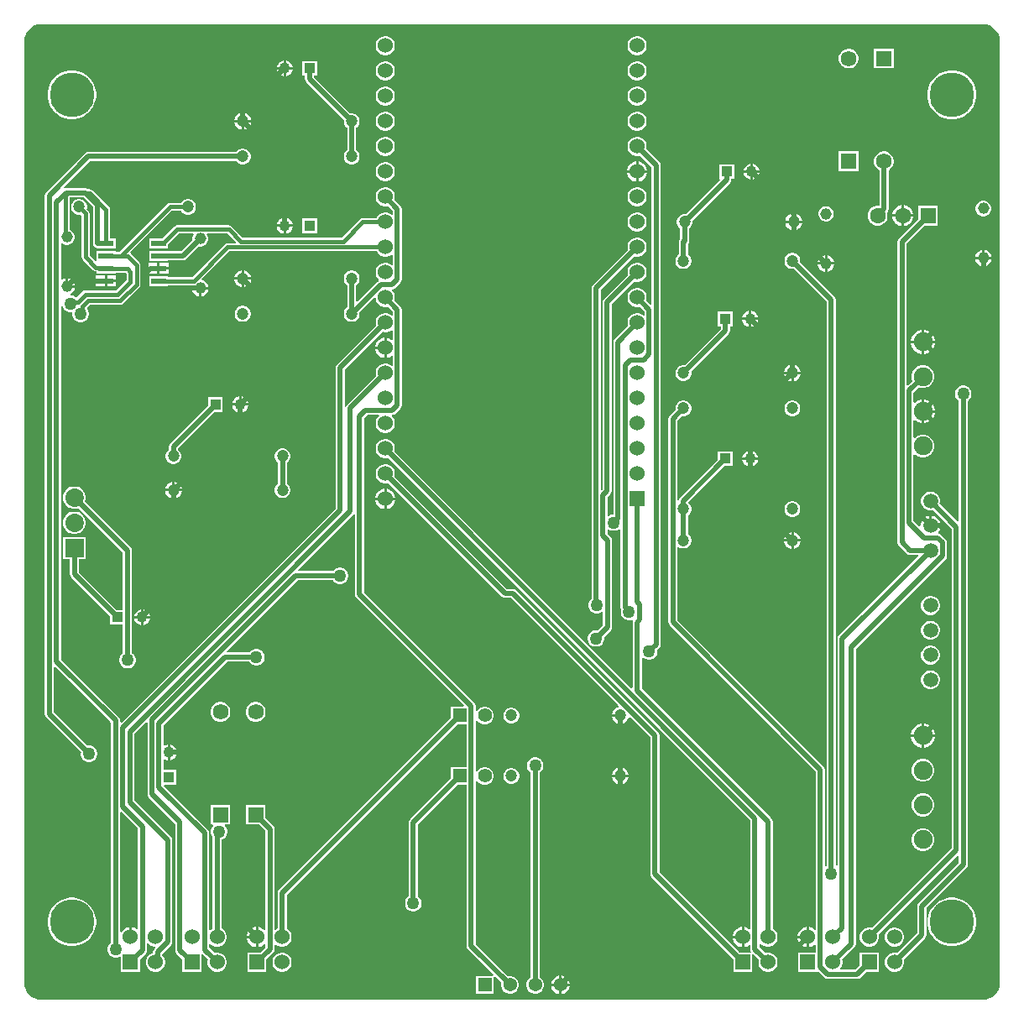
<source format=gtl>
G04*
G04 #@! TF.GenerationSoftware,Altium Limited,Altium Designer,23.8.1 (32)*
G04*
G04 Layer_Physical_Order=1*
G04 Layer_Color=255*
%FSLAX25Y25*%
%MOIN*%
G70*
G04*
G04 #@! TF.SameCoordinates,C7E29C90-252A-4D1B-ADA4-5BBD7A111965*
G04*
G04*
G04 #@! TF.FilePolarity,Positive*
G04*
G01*
G75*
%ADD16R,0.05906X0.02362*%
%ADD26C,0.05900*%
%ADD27C,0.07500*%
%ADD41C,0.01500*%
%ADD42C,0.01968*%
%ADD43R,0.04331X0.04331*%
%ADD44C,0.04331*%
%ADD45C,0.04724*%
%ADD46C,0.04528*%
%ADD47R,0.06319X0.06319*%
%ADD48C,0.06319*%
%ADD49R,0.06260X0.06260*%
%ADD50C,0.06260*%
%ADD51R,0.04331X0.04331*%
%ADD52R,0.06024X0.06024*%
%ADD53C,0.06024*%
%ADD54R,0.07323X0.07323*%
%ADD55C,0.07323*%
%ADD56R,0.05512X0.05512*%
%ADD57C,0.05512*%
%ADD58R,0.05394X0.05394*%
%ADD59C,0.05394*%
%ADD60C,0.17717*%
%ADD61C,0.05000*%
G36*
X479390Y539100D02*
Y539100D01*
X479872Y539057D01*
X480700Y538975D01*
X481959Y538593D01*
X483120Y537973D01*
X484138Y537138D01*
X484973Y536120D01*
X485593Y534959D01*
X485975Y533700D01*
X486057Y532872D01*
X486100Y532390D01*
X486100Y531893D01*
X486100Y531892D01*
Y158871D01*
X486100Y158374D01*
X486057Y157892D01*
X485975Y157064D01*
X485593Y155804D01*
X484973Y154644D01*
X484138Y153626D01*
X483120Y152791D01*
X481959Y152171D01*
X480700Y151788D01*
X479406Y151661D01*
X479390Y151664D01*
X105374D01*
X105358Y151661D01*
X104064Y151788D01*
X102804Y152171D01*
X101644Y152791D01*
X100626Y153626D01*
X99791Y154644D01*
X99171Y155804D01*
X98788Y157064D01*
X98661Y158358D01*
X98664Y158374D01*
Y532390D01*
X98661Y532406D01*
X98788Y533700D01*
X99171Y534959D01*
X99791Y536120D01*
X100626Y537138D01*
X101644Y537973D01*
X102804Y538593D01*
X104064Y538975D01*
X104892Y539057D01*
X105374Y539100D01*
Y539100D01*
X105374Y539100D01*
X478893D01*
X479390Y539100D01*
D02*
G37*
%LPC*%
G36*
X342500Y534299D02*
X341500D01*
X340534Y534040D01*
X339667Y533540D01*
X338960Y532833D01*
X338460Y531966D01*
X338201Y531000D01*
Y530000D01*
X338460Y529034D01*
X338960Y528167D01*
X339667Y527460D01*
X340534Y526960D01*
X341500Y526701D01*
X342500D01*
X343466Y526960D01*
X344333Y527460D01*
X345040Y528167D01*
X345540Y529034D01*
X345799Y530000D01*
Y531000D01*
X345540Y531966D01*
X345040Y532833D01*
X344333Y533540D01*
X343466Y534040D01*
X342500Y534299D01*
D02*
G37*
G36*
X242500D02*
X241500D01*
X240534Y534040D01*
X239667Y533540D01*
X238960Y532833D01*
X238460Y531966D01*
X238201Y531000D01*
Y530000D01*
X238460Y529034D01*
X238960Y528167D01*
X239667Y527460D01*
X240534Y526960D01*
X241500Y526701D01*
X242500D01*
X243466Y526960D01*
X244333Y527460D01*
X245040Y528167D01*
X245540Y529034D01*
X245799Y530000D01*
Y531000D01*
X245540Y531966D01*
X245040Y532833D01*
X244333Y533540D01*
X243466Y534040D01*
X242500Y534299D01*
D02*
G37*
G36*
X202579Y524643D02*
Y522000D01*
X205222D01*
X205028Y522722D01*
X204612Y523444D01*
X204022Y524033D01*
X203301Y524450D01*
X202579Y524643D01*
D02*
G37*
G36*
X201579D02*
X200857Y524450D01*
X200135Y524033D01*
X199546Y523444D01*
X199129Y522722D01*
X198936Y522000D01*
X201579D01*
Y524643D01*
D02*
G37*
G36*
X443917Y529311D02*
X436083D01*
Y521477D01*
X443917D01*
Y529311D01*
D02*
G37*
G36*
X426516D02*
X425484D01*
X424488Y529044D01*
X423595Y528528D01*
X422865Y527799D01*
X422350Y526906D01*
X422083Y525910D01*
Y524878D01*
X422350Y523882D01*
X422865Y522989D01*
X423595Y522259D01*
X424488Y521743D01*
X425484Y521477D01*
X426516D01*
X427512Y521743D01*
X428405Y522259D01*
X429135Y522989D01*
X429650Y523882D01*
X429917Y524878D01*
Y525910D01*
X429650Y526906D01*
X429135Y527799D01*
X428405Y528528D01*
X427512Y529044D01*
X426516Y529311D01*
D02*
G37*
G36*
X205222Y521000D02*
X202579D01*
Y518357D01*
X203301Y518550D01*
X204022Y518967D01*
X204612Y519556D01*
X205028Y520278D01*
X205222Y521000D01*
D02*
G37*
G36*
X201579D02*
X198936D01*
X199129Y520278D01*
X199546Y519556D01*
X200135Y518967D01*
X200857Y518550D01*
X201579Y518357D01*
Y521000D01*
D02*
G37*
G36*
X342500Y524299D02*
X341500D01*
X340534Y524040D01*
X339667Y523540D01*
X338960Y522833D01*
X338460Y521966D01*
X338201Y521000D01*
Y520000D01*
X338460Y519034D01*
X338960Y518167D01*
X339667Y517460D01*
X340534Y516960D01*
X341500Y516701D01*
X342500D01*
X343466Y516960D01*
X344333Y517460D01*
X345040Y518167D01*
X345540Y519034D01*
X345799Y520000D01*
Y521000D01*
X345540Y521966D01*
X345040Y522833D01*
X344333Y523540D01*
X343466Y524040D01*
X342500Y524299D01*
D02*
G37*
G36*
X242500D02*
X241500D01*
X240534Y524040D01*
X239667Y523540D01*
X238960Y522833D01*
X238460Y521966D01*
X238201Y521000D01*
Y520000D01*
X238460Y519034D01*
X238960Y518167D01*
X239667Y517460D01*
X240534Y516960D01*
X241500Y516701D01*
X242500D01*
X243466Y516960D01*
X244333Y517460D01*
X245040Y518167D01*
X245540Y519034D01*
X245799Y520000D01*
Y521000D01*
X245540Y521966D01*
X245040Y522833D01*
X244333Y523540D01*
X243466Y524040D01*
X242500Y524299D01*
D02*
G37*
G36*
X342500Y514299D02*
X341500D01*
X340534Y514040D01*
X339667Y513540D01*
X338960Y512833D01*
X338460Y511966D01*
X338201Y511000D01*
Y510000D01*
X338460Y509034D01*
X338960Y508167D01*
X339667Y507460D01*
X340534Y506960D01*
X341500Y506701D01*
X342500D01*
X343466Y506960D01*
X344333Y507460D01*
X345040Y508167D01*
X345540Y509034D01*
X345799Y510000D01*
Y511000D01*
X345540Y511966D01*
X345040Y512833D01*
X344333Y513540D01*
X343466Y514040D01*
X342500Y514299D01*
D02*
G37*
G36*
X242500D02*
X241500D01*
X240534Y514040D01*
X239667Y513540D01*
X238960Y512833D01*
X238460Y511966D01*
X238201Y511000D01*
Y510000D01*
X238460Y509034D01*
X238960Y508167D01*
X239667Y507460D01*
X240534Y506960D01*
X241500Y506701D01*
X242500D01*
X243466Y506960D01*
X244333Y507460D01*
X245040Y508167D01*
X245540Y509034D01*
X245799Y510000D01*
Y511000D01*
X245540Y511966D01*
X245040Y512833D01*
X244333Y513540D01*
X243466Y514040D01*
X242500Y514299D01*
D02*
G37*
G36*
X467950Y520646D02*
X466050D01*
X464186Y520275D01*
X462431Y519548D01*
X460851Y518492D01*
X459508Y517149D01*
X458452Y515569D01*
X457725Y513813D01*
X457354Y511950D01*
Y510050D01*
X457725Y508186D01*
X458452Y506431D01*
X459508Y504851D01*
X460851Y503508D01*
X462431Y502452D01*
X464186Y501725D01*
X466050Y501354D01*
X467950D01*
X469813Y501725D01*
X471569Y502452D01*
X473149Y503508D01*
X474492Y504851D01*
X475548Y506431D01*
X476275Y508186D01*
X476646Y510050D01*
Y511950D01*
X476275Y513813D01*
X475548Y515569D01*
X474492Y517149D01*
X473149Y518492D01*
X471569Y519548D01*
X469813Y520275D01*
X467950Y520646D01*
D02*
G37*
G36*
X118450D02*
X116550D01*
X114687Y520275D01*
X112931Y519548D01*
X111351Y518492D01*
X110008Y517149D01*
X108952Y515569D01*
X108225Y513813D01*
X107854Y511950D01*
Y510050D01*
X108225Y508186D01*
X108952Y506431D01*
X110008Y504851D01*
X111351Y503508D01*
X112931Y502452D01*
X114687Y501725D01*
X116550Y501354D01*
X118450D01*
X120314Y501725D01*
X122069Y502452D01*
X123649Y503508D01*
X124992Y504851D01*
X126048Y506431D01*
X126775Y508186D01*
X127146Y510050D01*
Y511950D01*
X126775Y513813D01*
X126048Y515569D01*
X124992Y517149D01*
X123649Y518492D01*
X122069Y519548D01*
X120314Y520275D01*
X118450Y520646D01*
D02*
G37*
G36*
X185846Y503847D02*
Y501000D01*
X188693D01*
X188479Y501798D01*
X188037Y502564D01*
X187411Y503190D01*
X186644Y503633D01*
X185846Y503847D01*
D02*
G37*
G36*
X184846D02*
X184049Y503633D01*
X183282Y503190D01*
X182656Y502564D01*
X182213Y501798D01*
X182000Y501000D01*
X184846D01*
Y503847D01*
D02*
G37*
G36*
X188693Y500000D02*
X185846D01*
Y497153D01*
X186644Y497367D01*
X187411Y497810D01*
X188037Y498436D01*
X188479Y499202D01*
X188693Y500000D01*
D02*
G37*
G36*
X184846D02*
X182000D01*
X182213Y499202D01*
X182656Y498436D01*
X183282Y497810D01*
X184049Y497367D01*
X184846Y497153D01*
Y500000D01*
D02*
G37*
G36*
X342500Y504299D02*
X341500D01*
X340534Y504040D01*
X339667Y503540D01*
X338960Y502833D01*
X338460Y501966D01*
X338201Y501000D01*
Y500000D01*
X338460Y499034D01*
X338960Y498167D01*
X339667Y497460D01*
X340534Y496960D01*
X341500Y496701D01*
X342500D01*
X343466Y496960D01*
X344333Y497460D01*
X345040Y498167D01*
X345540Y499034D01*
X345799Y500000D01*
Y501000D01*
X345540Y501966D01*
X345040Y502833D01*
X344333Y503540D01*
X343466Y504040D01*
X342500Y504299D01*
D02*
G37*
G36*
X242500D02*
X241500D01*
X240534Y504040D01*
X239667Y503540D01*
X238960Y502833D01*
X238460Y501966D01*
X238201Y501000D01*
Y500000D01*
X238460Y499034D01*
X238960Y498167D01*
X239667Y497460D01*
X240534Y496960D01*
X241500Y496701D01*
X242500D01*
X243466Y496960D01*
X244333Y497460D01*
X245040Y498167D01*
X245540Y499034D01*
X245799Y500000D01*
Y501000D01*
X245540Y501966D01*
X245040Y502833D01*
X244333Y503540D01*
X243466Y504040D01*
X242500Y504299D01*
D02*
G37*
G36*
Y494299D02*
X241500D01*
X240534Y494040D01*
X239667Y493540D01*
X238960Y492833D01*
X238460Y491966D01*
X238201Y491000D01*
Y490000D01*
X238460Y489034D01*
X238960Y488167D01*
X239667Y487460D01*
X240534Y486960D01*
X241500Y486701D01*
X242500D01*
X243466Y486960D01*
X244333Y487460D01*
X245040Y488167D01*
X245540Y489034D01*
X245799Y490000D01*
Y491000D01*
X245540Y491966D01*
X245040Y492833D01*
X244333Y493540D01*
X243466Y494040D01*
X242500Y494299D01*
D02*
G37*
G36*
X214874Y524453D02*
X208968D01*
Y518547D01*
X210115D01*
Y517232D01*
X210252Y516541D01*
X210644Y515955D01*
X225542Y501057D01*
X225504Y500915D01*
Y500085D01*
X225719Y499284D01*
X226133Y498566D01*
X226720Y497980D01*
X226847Y497906D01*
Y489094D01*
X226720Y489020D01*
X226133Y488434D01*
X225719Y487716D01*
X225504Y486915D01*
Y486085D01*
X225719Y485284D01*
X226133Y484566D01*
X226720Y483980D01*
X227438Y483565D01*
X228239Y483350D01*
X229068D01*
X229869Y483565D01*
X230588Y483980D01*
X231174Y484566D01*
X231589Y485284D01*
X231803Y486085D01*
Y486915D01*
X231589Y487716D01*
X231174Y488434D01*
X230588Y489020D01*
X230460Y489094D01*
Y497906D01*
X230588Y497980D01*
X231174Y498566D01*
X231589Y499284D01*
X231803Y500085D01*
Y500915D01*
X231589Y501716D01*
X231174Y502434D01*
X230588Y503020D01*
X229869Y503435D01*
X229068Y503650D01*
X228239D01*
X228097Y503612D01*
X213728Y517981D01*
Y518547D01*
X214874D01*
Y524453D01*
D02*
G37*
G36*
X185761Y489650D02*
X184932D01*
X184131Y489435D01*
X183413Y489020D01*
X182826Y488434D01*
X182753Y488306D01*
X124100D01*
X123409Y488169D01*
X122823Y487777D01*
X107323Y472277D01*
X106931Y471691D01*
X106794Y471000D01*
Y265100D01*
X106931Y264409D01*
X107323Y263823D01*
X121176Y249969D01*
X121113Y249733D01*
Y248867D01*
X121337Y248031D01*
X121769Y247282D01*
X122381Y246669D01*
X123131Y246237D01*
X123967Y246013D01*
X124833D01*
X125669Y246237D01*
X126418Y246669D01*
X127031Y247282D01*
X127463Y248031D01*
X127687Y248867D01*
Y249733D01*
X127463Y250569D01*
X127031Y251319D01*
X126418Y251931D01*
X125669Y252363D01*
X124833Y252587D01*
X123967D01*
X123731Y252524D01*
X110406Y265848D01*
Y283786D01*
X110868Y283977D01*
X133094Y261752D01*
Y174453D01*
X132881Y174331D01*
X132269Y173719D01*
X131837Y172969D01*
X131613Y172133D01*
Y171267D01*
X131837Y170431D01*
X132269Y169682D01*
X132881Y169069D01*
X133631Y168637D01*
X134467Y168413D01*
X135333D01*
X136169Y168637D01*
X136449Y168798D01*
X136949Y168509D01*
Y162701D01*
X144547D01*
Y167745D01*
X146809Y170006D01*
X147200Y170592D01*
X147338Y171283D01*
Y173854D01*
X147838Y174037D01*
X148415Y173460D01*
X149282Y172960D01*
X150248Y172701D01*
X150506D01*
X150697Y172239D01*
X150223Y171765D01*
X149831Y171178D01*
X149694Y170487D01*
Y170151D01*
X149282Y170040D01*
X148415Y169540D01*
X147708Y168833D01*
X147208Y167966D01*
X146949Y167000D01*
Y166000D01*
X147208Y165034D01*
X147708Y164167D01*
X148415Y163460D01*
X149282Y162960D01*
X150248Y162701D01*
X151248D01*
X152214Y162960D01*
X153081Y163460D01*
X153788Y164167D01*
X154288Y165034D01*
X154547Y166000D01*
Y167000D01*
X154288Y167966D01*
X153788Y168833D01*
X153306Y169315D01*
Y169739D01*
X156809Y173241D01*
X157200Y173827D01*
X157338Y174519D01*
Y214969D01*
X157200Y215660D01*
X156809Y216246D01*
X142306Y230748D01*
Y257252D01*
X147039Y261984D01*
X147501Y261793D01*
Y233307D01*
X147638Y232616D01*
X148030Y232030D01*
X158594Y221466D01*
Y171352D01*
X158731Y170661D01*
X159123Y170075D01*
X161453Y167745D01*
Y162701D01*
X169051D01*
Y169493D01*
X169513Y169684D01*
X171610Y167587D01*
X171453Y167000D01*
Y166000D01*
X171712Y165034D01*
X172212Y164167D01*
X172919Y163460D01*
X173786Y162960D01*
X174752Y162701D01*
X175752D01*
X176718Y162960D01*
X177585Y163460D01*
X178292Y164167D01*
X178792Y165034D01*
X179051Y166000D01*
Y167000D01*
X178792Y167966D01*
X178292Y168833D01*
X177585Y169540D01*
X176718Y170040D01*
X175752Y170299D01*
X174752D01*
X174165Y170142D01*
X172106Y172200D01*
Y173566D01*
X172606Y173773D01*
X172919Y173460D01*
X173786Y172960D01*
X174752Y172701D01*
X175752D01*
X176718Y172960D01*
X177585Y173460D01*
X178292Y174167D01*
X178792Y175034D01*
X179051Y176000D01*
Y177000D01*
X178792Y177966D01*
X178292Y178833D01*
X177585Y179540D01*
X177058Y179844D01*
Y215307D01*
X177169Y215337D01*
X177919Y215769D01*
X178531Y216382D01*
X178963Y217131D01*
X179187Y217967D01*
Y218833D01*
X178963Y219669D01*
X178531Y220419D01*
X178260Y220689D01*
X178467Y221189D01*
X180417D01*
Y229024D01*
X172583D01*
Y221189D01*
X173333D01*
X173540Y220689D01*
X173269Y220419D01*
X172837Y219669D01*
X172613Y218833D01*
Y217967D01*
X172837Y217131D01*
X173269Y216382D01*
X173446Y216205D01*
Y179844D01*
X172919Y179540D01*
X172606Y179227D01*
X172106Y179434D01*
Y217826D01*
X171969Y218517D01*
X171577Y219103D01*
X154133Y236547D01*
X154340Y237047D01*
X158953D01*
Y242953D01*
X153869D01*
Y246840D01*
X154369Y247129D01*
X154778Y246893D01*
X155500Y246700D01*
Y249843D01*
Y252986D01*
X154778Y252792D01*
X154369Y252556D01*
X153869Y252845D01*
Y260615D01*
X179148Y285894D01*
X188047D01*
X188169Y285682D01*
X188781Y285069D01*
X189531Y284637D01*
X190367Y284413D01*
X191233D01*
X192069Y284637D01*
X192818Y285069D01*
X193431Y285682D01*
X193863Y286431D01*
X194087Y287267D01*
Y288133D01*
X193863Y288969D01*
X193431Y289719D01*
X192818Y290331D01*
X192069Y290763D01*
X191233Y290987D01*
X190367D01*
X189531Y290763D01*
X188781Y290331D01*
X188169Y289719D01*
X188047Y289506D01*
X179112D01*
X178920Y289968D01*
X207146Y318194D01*
X221247D01*
X221369Y317982D01*
X221982Y317369D01*
X222731Y316937D01*
X223567Y316713D01*
X224433D01*
X225269Y316937D01*
X226019Y317369D01*
X226631Y317982D01*
X227063Y318731D01*
X227287Y319567D01*
Y320433D01*
X227063Y321269D01*
X226631Y322019D01*
X226019Y322631D01*
X225269Y323063D01*
X224433Y323287D01*
X223567D01*
X222731Y323063D01*
X221982Y322631D01*
X221369Y322019D01*
X221247Y321806D01*
X207514D01*
X207323Y322268D01*
X229277Y344223D01*
X229494Y344547D01*
X229994Y344395D01*
Y312500D01*
X230131Y311809D01*
X230523Y311223D01*
X273240Y268505D01*
X273049Y268043D01*
X267957D01*
Y263511D01*
X199723Y195277D01*
X199331Y194691D01*
X199194Y194000D01*
Y179844D01*
X198667Y179540D01*
X198468Y179341D01*
X198006Y179533D01*
Y219406D01*
X197869Y220098D01*
X197477Y220684D01*
X194417Y223744D01*
Y229024D01*
X186583D01*
Y221189D01*
X191863D01*
X194394Y218658D01*
Y179487D01*
X193894Y179280D01*
X193463Y179710D01*
X192549Y180238D01*
X191528Y180512D01*
X191500D01*
Y176500D01*
Y172488D01*
X191528D01*
X192549Y172762D01*
X193463Y173290D01*
X193894Y173720D01*
X194394Y173513D01*
Y172448D01*
X192245Y170299D01*
X187201D01*
Y162701D01*
X194799D01*
Y167745D01*
X197477Y170423D01*
X197869Y171009D01*
X198006Y171700D01*
Y173468D01*
X198468Y173659D01*
X198667Y173460D01*
X199534Y172960D01*
X200500Y172701D01*
X201500D01*
X202466Y172960D01*
X203333Y173460D01*
X204040Y174167D01*
X204540Y175034D01*
X204799Y176000D01*
Y177000D01*
X204540Y177966D01*
X204040Y178833D01*
X203333Y179540D01*
X202806Y179844D01*
Y193252D01*
X270511Y260957D01*
X274294D01*
Y244043D01*
X267957D01*
Y239511D01*
X251823Y223377D01*
X251431Y222791D01*
X251294Y222100D01*
Y192653D01*
X251081Y192531D01*
X250469Y191919D01*
X250037Y191169D01*
X249813Y190333D01*
Y189467D01*
X250037Y188631D01*
X250469Y187882D01*
X251081Y187269D01*
X251831Y186837D01*
X252667Y186613D01*
X253533D01*
X254369Y186837D01*
X255118Y187269D01*
X255731Y187882D01*
X256163Y188631D01*
X256387Y189467D01*
Y190333D01*
X256163Y191169D01*
X255731Y191919D01*
X255118Y192531D01*
X254906Y192653D01*
Y221352D01*
X270511Y236957D01*
X274294D01*
Y172900D01*
X274431Y172209D01*
X274823Y171623D01*
X284961Y161484D01*
X284754Y160984D01*
X284580Y160984D01*
X278016D01*
Y154016D01*
X284984D01*
Y160561D01*
X284984Y160754D01*
X285484Y160961D01*
X288115Y158330D01*
X288016Y157959D01*
Y157041D01*
X288253Y156155D01*
X288712Y155361D01*
X289361Y154712D01*
X290155Y154253D01*
X291041Y154016D01*
X291959D01*
X292845Y154253D01*
X293639Y154712D01*
X294288Y155361D01*
X294747Y156155D01*
X294984Y157041D01*
Y157959D01*
X294747Y158845D01*
X294288Y159639D01*
X293639Y160288D01*
X292845Y160747D01*
X291959Y160984D01*
X291041D01*
X290670Y160885D01*
X277906Y173648D01*
Y238638D01*
X278406Y238772D01*
X278665Y238324D01*
X279324Y237665D01*
X280132Y237198D01*
X281033Y236957D01*
X281966D01*
X282868Y237198D01*
X283676Y237665D01*
X284335Y238324D01*
X284802Y239132D01*
X285043Y240034D01*
Y240967D01*
X284802Y241868D01*
X284335Y242676D01*
X283676Y243335D01*
X282868Y243802D01*
X281966Y244043D01*
X281033D01*
X280132Y243802D01*
X279324Y243335D01*
X278665Y242676D01*
X278406Y242228D01*
X277906Y242362D01*
Y262638D01*
X278406Y262772D01*
X278665Y262324D01*
X279324Y261665D01*
X280132Y261198D01*
X281033Y260957D01*
X281966D01*
X282868Y261198D01*
X283676Y261665D01*
X284335Y262324D01*
X284802Y263132D01*
X285043Y264034D01*
Y264967D01*
X284802Y265868D01*
X284335Y266676D01*
X283676Y267335D01*
X282868Y267802D01*
X281966Y268043D01*
X281033D01*
X280132Y267802D01*
X279324Y267335D01*
X278665Y266676D01*
X278406Y266228D01*
X277906Y266362D01*
Y268200D01*
X277769Y268891D01*
X277377Y269477D01*
X233606Y313248D01*
Y382652D01*
X234848Y383894D01*
X239314D01*
X239521Y383394D01*
X238960Y382833D01*
X238460Y381966D01*
X238201Y381000D01*
Y380000D01*
X238460Y379034D01*
X238960Y378167D01*
X239667Y377460D01*
X240534Y376960D01*
X241500Y376701D01*
X242500D01*
X243466Y376960D01*
X244333Y377460D01*
X245040Y378167D01*
X245540Y379034D01*
X245799Y380000D01*
Y381000D01*
X245540Y381966D01*
X245040Y382833D01*
X244479Y383394D01*
X244686Y383894D01*
X244800D01*
X245491Y384031D01*
X246077Y384423D01*
X248077Y386423D01*
X248469Y387009D01*
X248606Y387700D01*
Y425700D01*
X248469Y426391D01*
X248077Y426977D01*
X245642Y429413D01*
X245799Y430000D01*
Y431000D01*
X245540Y431966D01*
X245040Y432833D01*
X244679Y433194D01*
X244754Y433504D01*
X244872Y433708D01*
X245491Y433831D01*
X246077Y434223D01*
X248077Y436223D01*
X248469Y436809D01*
X248606Y437500D01*
Y465700D01*
X248469Y466391D01*
X248077Y466977D01*
X245642Y469413D01*
X245799Y470000D01*
Y471000D01*
X245540Y471966D01*
X245040Y472833D01*
X244333Y473540D01*
X243466Y474040D01*
X242500Y474299D01*
X241500D01*
X240534Y474040D01*
X239667Y473540D01*
X238960Y472833D01*
X238460Y471966D01*
X238201Y471000D01*
Y470000D01*
X238460Y469034D01*
X238960Y468167D01*
X239667Y467460D01*
X240534Y466960D01*
X241500Y466701D01*
X242500D01*
X243087Y466858D01*
X244994Y464952D01*
Y463532D01*
X244532Y463341D01*
X244333Y463540D01*
X243466Y464040D01*
X242500Y464299D01*
X241500D01*
X240534Y464040D01*
X239667Y463540D01*
X238960Y462833D01*
X238518Y462068D01*
X233000D01*
X232400Y461948D01*
X231892Y461608D01*
X224638Y454355D01*
X185362D01*
X180965Y458752D01*
X180456Y459092D01*
X180456Y459092D01*
X179856Y459211D01*
X159348D01*
X158748Y459092D01*
X158240Y458752D01*
X153456Y453968D01*
X148193D01*
Y450032D01*
X155673D01*
Y451752D01*
X159998Y456076D01*
X165769D01*
X165978Y455576D01*
X165657Y455020D01*
X165449Y454244D01*
Y453441D01*
X165469Y453366D01*
X160909Y448806D01*
X155673D01*
Y448969D01*
X148193D01*
Y445031D01*
X155673D01*
Y445194D01*
X161657D01*
X162349Y445331D01*
X162935Y445723D01*
X168024Y450811D01*
X168098Y450791D01*
X168902D01*
X169678Y450999D01*
X170373Y451401D01*
X170942Y451969D01*
X171343Y452665D01*
X171551Y453441D01*
Y454244D01*
X171343Y455020D01*
X171022Y455576D01*
X171231Y456076D01*
X179207D01*
X182754Y452529D01*
X182562Y452068D01*
X179467D01*
X178867Y451948D01*
X178358Y451608D01*
X165317Y438567D01*
X155673D01*
Y438969D01*
X148193D01*
Y435032D01*
X155673D01*
Y435432D01*
X164945D01*
X165329Y434933D01*
X165255Y434657D01*
X168500D01*
X171745D01*
X171541Y435417D01*
X171112Y436161D01*
X170504Y436769D01*
X169760Y437199D01*
X169231Y437340D01*
X169082Y437898D01*
X180116Y448933D01*
X238518D01*
X238960Y448167D01*
X239667Y447460D01*
X240534Y446960D01*
X241500Y446701D01*
X242500D01*
X243466Y446960D01*
X244333Y447460D01*
X244532Y447659D01*
X244994Y447468D01*
Y443533D01*
X244532Y443341D01*
X244333Y443540D01*
X243466Y444040D01*
X242500Y444299D01*
X241500D01*
X240534Y444040D01*
X239667Y443540D01*
X238960Y442833D01*
X238460Y441966D01*
X238201Y441000D01*
Y440000D01*
X238460Y439034D01*
X238960Y438167D01*
X239451Y437676D01*
X239454Y437526D01*
X239348Y437092D01*
X238876Y436777D01*
X230922Y428823D01*
X230460Y429014D01*
Y435406D01*
X230588Y435480D01*
X231174Y436066D01*
X231589Y436784D01*
X231803Y437585D01*
Y438415D01*
X231589Y439216D01*
X231174Y439934D01*
X230588Y440520D01*
X229869Y440935D01*
X229068Y441150D01*
X228239D01*
X227438Y440935D01*
X226720Y440520D01*
X226133Y439934D01*
X225719Y439216D01*
X225504Y438415D01*
Y437585D01*
X225719Y436784D01*
X226133Y436066D01*
X226720Y435480D01*
X226847Y435406D01*
Y426594D01*
X226720Y426520D01*
X226133Y425934D01*
X225719Y425216D01*
X225504Y424415D01*
Y423585D01*
X225719Y422784D01*
X226133Y422066D01*
X226720Y421480D01*
X227438Y421065D01*
X228239Y420850D01*
X229068D01*
X229869Y421065D01*
X230588Y421480D01*
X231174Y422066D01*
X231589Y422784D01*
X231803Y423585D01*
Y424415D01*
X231765Y424557D01*
X237739Y430531D01*
X238201Y430339D01*
Y430000D01*
X238460Y429034D01*
X238960Y428167D01*
X239667Y427460D01*
X240534Y426960D01*
X241500Y426701D01*
X242500D01*
X243087Y426858D01*
X244994Y424952D01*
Y423532D01*
X244532Y423341D01*
X244333Y423540D01*
X243466Y424040D01*
X242500Y424299D01*
X241500D01*
X240534Y424040D01*
X239667Y423540D01*
X238960Y422833D01*
X238460Y421966D01*
X238201Y421000D01*
Y420000D01*
X238358Y419413D01*
X222723Y403777D01*
X222331Y403191D01*
X222194Y402500D01*
Y346748D01*
X137168Y261723D01*
X136706Y261914D01*
Y262500D01*
X136569Y263191D01*
X136177Y263777D01*
X113206Y286748D01*
Y427272D01*
X113706Y427338D01*
X113844Y426824D01*
X114277Y426074D01*
X114889Y425462D01*
X115639Y425029D01*
X116475Y424805D01*
X117295D01*
X117427Y424751D01*
X117658Y424520D01*
X117713Y424387D01*
Y423567D01*
X117937Y422731D01*
X118369Y421981D01*
X118982Y421369D01*
X119731Y420937D01*
X120567Y420713D01*
X121433D01*
X122269Y420937D01*
X123019Y421369D01*
X123631Y421981D01*
X124063Y422731D01*
X124287Y423567D01*
Y424433D01*
X124063Y425269D01*
X123631Y426018D01*
X123521Y426128D01*
X123521Y426628D01*
X124522Y427630D01*
X136697D01*
X137297Y427749D01*
X137806Y428089D01*
X144341Y434624D01*
X144680Y435132D01*
X144800Y435732D01*
Y443268D01*
X144680Y443868D01*
X144341Y444376D01*
X140820Y447896D01*
X140762Y448545D01*
X157149Y464932D01*
X160922D01*
X161133Y464566D01*
X161720Y463980D01*
X162438Y463565D01*
X163239Y463350D01*
X164068D01*
X164869Y463565D01*
X165587Y463980D01*
X166174Y464566D01*
X166589Y465284D01*
X166803Y466085D01*
Y466915D01*
X166589Y467716D01*
X166174Y468434D01*
X165587Y469020D01*
X164869Y469435D01*
X164068Y469650D01*
X163239D01*
X162438Y469435D01*
X161720Y469020D01*
X161133Y468434D01*
X160922Y468068D01*
X156500D01*
X155900Y467948D01*
X155392Y467608D01*
X136351Y448567D01*
X134807D01*
Y448969D01*
X127327D01*
Y445527D01*
X127327Y445417D01*
X126873Y444985D01*
X126729Y444988D01*
X124567Y447149D01*
Y463846D01*
X124448Y464446D01*
X124108Y464955D01*
X123387Y465677D01*
X123496Y466085D01*
Y466915D01*
X123281Y467716D01*
X122867Y468434D01*
X122280Y469020D01*
X121562Y469435D01*
X120761Y469650D01*
X119932D01*
X119131Y469435D01*
X118412Y469020D01*
X117826Y468434D01*
X117411Y467716D01*
X117197Y466915D01*
Y466085D01*
X117411Y465284D01*
X117826Y464566D01*
X118412Y463980D01*
X119131Y463565D01*
X119932Y463350D01*
X120761D01*
X121025Y463421D01*
X121432Y463079D01*
Y446500D01*
X121552Y445900D01*
X121892Y445392D01*
X126017Y441266D01*
X126526Y440926D01*
X127126Y440807D01*
X127327D01*
Y440031D01*
X134807D01*
Y440433D01*
X138851D01*
X139165Y440119D01*
Y437417D01*
X135012Y433265D01*
X122837D01*
X122237Y433145D01*
X121729Y432806D01*
X119286Y430363D01*
X118926Y430723D01*
X118176Y431156D01*
X117340Y431380D01*
X117078D01*
X116944Y431880D01*
X117504Y432203D01*
X118112Y432811D01*
X118541Y433555D01*
X118745Y434315D01*
X115500D01*
Y434815D01*
X115000D01*
Y438060D01*
X114240Y437856D01*
X113706Y437548D01*
X113206Y437808D01*
Y451847D01*
X113706Y452012D01*
X114322Y451657D01*
X115098Y451449D01*
X115902D01*
X116678Y451657D01*
X117374Y452058D01*
X117942Y452627D01*
X118343Y453322D01*
X118551Y454098D01*
Y454902D01*
X118343Y455678D01*
X117942Y456374D01*
X117374Y456942D01*
X116678Y457343D01*
X116568Y457373D01*
Y470194D01*
X122252D01*
X125994Y466452D01*
Y452000D01*
X126131Y451309D01*
X126523Y450723D01*
X127109Y450331D01*
X127327Y450288D01*
Y450032D01*
X134807D01*
Y453968D01*
X132634D01*
Y465433D01*
X132515Y466033D01*
X132175Y466541D01*
X125608Y473108D01*
X125100Y473448D01*
X124500Y473567D01*
X123843D01*
X123691Y473669D01*
X123000Y473806D01*
X115200D01*
X114536Y473674D01*
X114505Y473696D01*
X114300Y474145D01*
X124848Y484694D01*
X182753D01*
X182826Y484566D01*
X183413Y483980D01*
X184131Y483565D01*
X184932Y483350D01*
X185761D01*
X186562Y483565D01*
X187280Y483980D01*
X187867Y484566D01*
X188281Y485284D01*
X188496Y486085D01*
Y486915D01*
X188281Y487716D01*
X187867Y488434D01*
X187280Y489020D01*
X186562Y489435D01*
X185761Y489650D01*
D02*
G37*
G36*
X342528Y484512D02*
X342500D01*
Y481000D01*
X346012D01*
Y481028D01*
X345738Y482049D01*
X345210Y482963D01*
X344463Y483710D01*
X343548Y484238D01*
X342528Y484512D01*
D02*
G37*
G36*
X387921Y483643D02*
Y481000D01*
X390564D01*
X390371Y481722D01*
X389954Y482444D01*
X389365Y483033D01*
X388643Y483450D01*
X387921Y483643D01*
D02*
G37*
G36*
X386921D02*
X386199Y483450D01*
X385478Y483033D01*
X384888Y482444D01*
X384472Y481722D01*
X384278Y481000D01*
X386921D01*
Y483643D01*
D02*
G37*
G36*
X341500Y484512D02*
X341472D01*
X340452Y484238D01*
X339537Y483710D01*
X338790Y482963D01*
X338262Y482049D01*
X337988Y481028D01*
Y481000D01*
X341500D01*
Y484512D01*
D02*
G37*
G36*
X429917Y488524D02*
X422083D01*
Y480689D01*
X429917D01*
Y488524D01*
D02*
G37*
G36*
X390564Y480000D02*
X387921D01*
Y477357D01*
X388643Y477550D01*
X389365Y477967D01*
X389954Y478556D01*
X390371Y479278D01*
X390564Y480000D01*
D02*
G37*
G36*
X386921D02*
X384278D01*
X384472Y479278D01*
X384888Y478556D01*
X385478Y477967D01*
X386199Y477550D01*
X386921Y477357D01*
Y480000D01*
D02*
G37*
G36*
X242500Y484299D02*
X241500D01*
X240534Y484040D01*
X239667Y483540D01*
X238960Y482833D01*
X238460Y481966D01*
X238201Y481000D01*
Y480000D01*
X238460Y479034D01*
X238960Y478167D01*
X239667Y477460D01*
X240534Y476960D01*
X241500Y476701D01*
X242500D01*
X243466Y476960D01*
X244333Y477460D01*
X245040Y478167D01*
X245540Y479034D01*
X245799Y480000D01*
Y481000D01*
X245540Y481966D01*
X245040Y482833D01*
X244333Y483540D01*
X243466Y484040D01*
X242500Y484299D01*
D02*
G37*
G36*
X346012Y480000D02*
X342500D01*
Y476488D01*
X342528D01*
X343548Y476762D01*
X344463Y477290D01*
X345210Y478037D01*
X345738Y478952D01*
X346012Y479972D01*
Y480000D01*
D02*
G37*
G36*
X341500D02*
X337988D01*
Y479972D01*
X338262Y478952D01*
X338790Y478037D01*
X339537Y477290D01*
X340452Y476762D01*
X341472Y476488D01*
X341500D01*
Y480000D01*
D02*
G37*
G36*
X342500Y474299D02*
X341500D01*
X340534Y474040D01*
X339667Y473540D01*
X338960Y472833D01*
X338460Y471966D01*
X338201Y471000D01*
Y470000D01*
X338460Y469034D01*
X338960Y468167D01*
X339667Y467460D01*
X340534Y466960D01*
X341500Y466701D01*
X342500D01*
X343466Y466960D01*
X344333Y467460D01*
X345040Y468167D01*
X345540Y469034D01*
X345799Y470000D01*
Y471000D01*
X345540Y471966D01*
X345040Y472833D01*
X344333Y473540D01*
X343466Y474040D01*
X342500Y474299D01*
D02*
G37*
G36*
X380532Y483453D02*
X374626D01*
Y477547D01*
X374686D01*
X374877Y477085D01*
X361403Y463612D01*
X361261Y463650D01*
X360432D01*
X359631Y463435D01*
X358912Y463020D01*
X358326Y462434D01*
X357911Y461716D01*
X357697Y460915D01*
Y460085D01*
X357911Y459284D01*
X358326Y458566D01*
X358912Y457980D01*
X359040Y457906D01*
Y453734D01*
X358678Y453191D01*
X358540Y452500D01*
Y447594D01*
X358413Y447520D01*
X357826Y446934D01*
X357411Y446216D01*
X357197Y445415D01*
Y444585D01*
X357411Y443784D01*
X357826Y443066D01*
X358413Y442480D01*
X359131Y442065D01*
X359932Y441850D01*
X360761D01*
X361562Y442065D01*
X362280Y442480D01*
X362867Y443066D01*
X363281Y443784D01*
X363496Y444585D01*
Y445415D01*
X363281Y446216D01*
X362867Y446934D01*
X362280Y447520D01*
X362153Y447594D01*
Y451766D01*
X362515Y452309D01*
X362653Y453000D01*
Y457906D01*
X362780Y457980D01*
X363367Y458566D01*
X363781Y459284D01*
X363996Y460085D01*
Y460915D01*
X363958Y461057D01*
X378856Y475955D01*
X379248Y476541D01*
X379385Y477232D01*
Y477547D01*
X380532D01*
Y483453D01*
D02*
G37*
G36*
X448048Y467148D02*
X448000D01*
Y463488D01*
X451659D01*
Y463536D01*
X451376Y464594D01*
X450828Y465542D01*
X450054Y466317D01*
X449106Y466864D01*
X448048Y467148D01*
D02*
G37*
G36*
X447000D02*
X446952D01*
X445894Y466864D01*
X444946Y466317D01*
X444172Y465542D01*
X443624Y464594D01*
X443340Y463536D01*
Y463488D01*
X447000D01*
Y467148D01*
D02*
G37*
G36*
X479902Y468894D02*
X479098D01*
X478322Y468686D01*
X477627Y468284D01*
X477058Y467716D01*
X476657Y467020D01*
X476449Y466244D01*
Y465441D01*
X476657Y464665D01*
X477058Y463969D01*
X477627Y463401D01*
X478322Y462999D01*
X479098Y462791D01*
X479902D01*
X480678Y462999D01*
X481374Y463401D01*
X481942Y463969D01*
X482343Y464665D01*
X482551Y465441D01*
Y466244D01*
X482343Y467020D01*
X481942Y467716D01*
X481374Y468284D01*
X480678Y468686D01*
X479902Y468894D01*
D02*
G37*
G36*
X404654Y463847D02*
Y461000D01*
X407500D01*
X407287Y461798D01*
X406844Y462564D01*
X406218Y463190D01*
X405451Y463633D01*
X404654Y463847D01*
D02*
G37*
G36*
X403654D02*
X402856Y463633D01*
X402089Y463190D01*
X401463Y462564D01*
X401020Y461798D01*
X400807Y461000D01*
X403654D01*
Y463847D01*
D02*
G37*
G36*
X417402Y466736D02*
X416598D01*
X415822Y466528D01*
X415127Y466127D01*
X414558Y465558D01*
X414157Y464863D01*
X413949Y464087D01*
Y463283D01*
X414157Y462507D01*
X414558Y461811D01*
X415127Y461243D01*
X415822Y460842D01*
X416598Y460634D01*
X417402D01*
X418178Y460842D01*
X418874Y461243D01*
X419442Y461811D01*
X419843Y462507D01*
X420051Y463283D01*
Y464087D01*
X419843Y464863D01*
X419442Y465558D01*
X418874Y466127D01*
X418178Y466528D01*
X417402Y466736D01*
D02*
G37*
G36*
X202579Y462143D02*
Y459500D01*
X205222D01*
X205028Y460222D01*
X204612Y460944D01*
X204022Y461533D01*
X203301Y461950D01*
X202579Y462143D01*
D02*
G37*
G36*
X201579D02*
X200857Y461950D01*
X200135Y461533D01*
X199546Y460944D01*
X199129Y460222D01*
X198936Y459500D01*
X201579D01*
Y462143D01*
D02*
G37*
G36*
X440516Y488524D02*
X439484D01*
X438488Y488257D01*
X437595Y487741D01*
X436865Y487012D01*
X436350Y486118D01*
X436083Y485122D01*
Y484091D01*
X436350Y483094D01*
X436865Y482201D01*
X437595Y481472D01*
X438194Y481126D01*
Y467069D01*
X438020Y466935D01*
X436980D01*
X435977Y466666D01*
X435077Y466147D01*
X434342Y465412D01*
X433822Y464512D01*
X433553Y463508D01*
Y462469D01*
X433822Y461465D01*
X434342Y460565D01*
X435077Y459830D01*
X435977Y459310D01*
X436980Y459041D01*
X438020D01*
X439023Y459310D01*
X439923Y459830D01*
X440658Y460565D01*
X441178Y461465D01*
X441447Y462469D01*
Y463508D01*
X441262Y464196D01*
X441277Y464211D01*
X441669Y464797D01*
X441806Y465488D01*
Y481126D01*
X442405Y481472D01*
X443135Y482201D01*
X443650Y483094D01*
X443917Y484091D01*
Y485122D01*
X443650Y486118D01*
X443135Y487012D01*
X442405Y487741D01*
X441512Y488257D01*
X440516Y488524D01*
D02*
G37*
G36*
X451659Y462488D02*
X448000D01*
Y458829D01*
X448048D01*
X449106Y459112D01*
X450054Y459660D01*
X450828Y460434D01*
X451376Y461383D01*
X451659Y462441D01*
Y462488D01*
D02*
G37*
G36*
X447000D02*
X443340D01*
Y462441D01*
X443624Y461383D01*
X444172Y460434D01*
X444946Y459660D01*
X445894Y459112D01*
X446952Y458829D01*
X447000D01*
Y462488D01*
D02*
G37*
G36*
X407500Y460000D02*
X404654D01*
Y457153D01*
X405451Y457367D01*
X406218Y457810D01*
X406844Y458436D01*
X407287Y459202D01*
X407500Y460000D01*
D02*
G37*
G36*
X403654D02*
X400807D01*
X401020Y459202D01*
X401463Y458436D01*
X402089Y457810D01*
X402856Y457367D01*
X403654Y457153D01*
Y460000D01*
D02*
G37*
G36*
X342500Y464299D02*
X341500D01*
X340534Y464040D01*
X339667Y463540D01*
X338960Y462833D01*
X338460Y461966D01*
X338201Y461000D01*
Y460000D01*
X338460Y459034D01*
X338960Y458167D01*
X339667Y457460D01*
X340534Y456960D01*
X341500Y456701D01*
X342500D01*
X343466Y456960D01*
X344333Y457460D01*
X345040Y458167D01*
X345540Y459034D01*
X345799Y460000D01*
Y461000D01*
X345540Y461966D01*
X345040Y462833D01*
X344333Y463540D01*
X343466Y464040D01*
X342500Y464299D01*
D02*
G37*
G36*
X214874Y461953D02*
X208968D01*
Y456047D01*
X214874D01*
Y461953D01*
D02*
G37*
G36*
X205222Y458500D02*
X202579D01*
Y455857D01*
X203301Y456050D01*
X204022Y456467D01*
X204612Y457056D01*
X205028Y457778D01*
X205222Y458500D01*
D02*
G37*
G36*
X201579D02*
X198936D01*
X199129Y457778D01*
X199546Y457056D01*
X200135Y456467D01*
X200857Y456050D01*
X201579Y455857D01*
Y458500D01*
D02*
G37*
G36*
X342500Y494299D02*
X341500D01*
X340534Y494040D01*
X339667Y493540D01*
X338960Y492833D01*
X338460Y491966D01*
X338201Y491000D01*
Y490000D01*
X338460Y489034D01*
X338960Y488167D01*
X339667Y487460D01*
X340534Y486960D01*
X341500Y486701D01*
X342500D01*
X343087Y486858D01*
X347733Y482212D01*
Y427975D01*
X347271Y427783D01*
X345642Y429413D01*
X345799Y430000D01*
Y431000D01*
X345540Y431966D01*
X345040Y432833D01*
X344333Y433540D01*
X343466Y434040D01*
X342500Y434299D01*
X341500D01*
X340534Y434040D01*
X339667Y433540D01*
X338960Y432833D01*
X338460Y431966D01*
X338201Y431000D01*
Y430000D01*
X338460Y429034D01*
X338960Y428167D01*
X339667Y427460D01*
X340534Y426960D01*
X341500Y426701D01*
X342500D01*
X343087Y426858D01*
X344977Y424968D01*
Y423549D01*
X344515Y423358D01*
X344333Y423540D01*
X343466Y424040D01*
X342500Y424299D01*
X341500D01*
X340534Y424040D01*
X339667Y423540D01*
X338960Y422833D01*
X338460Y421966D01*
X338201Y421000D01*
Y420000D01*
X338358Y419413D01*
X333023Y414077D01*
X332631Y413491D01*
X332494Y412800D01*
Y344387D01*
X332267D01*
X331431Y344163D01*
X330735Y343761D01*
X330306Y343886D01*
X330235Y343916D01*
Y351180D01*
X331377Y352323D01*
X331769Y352909D01*
X331906Y353600D01*
Y427852D01*
X340913Y436858D01*
X341500Y436701D01*
X342500D01*
X343466Y436960D01*
X344333Y437460D01*
X345040Y438167D01*
X345540Y439034D01*
X345799Y440000D01*
Y441000D01*
X345540Y441966D01*
X345040Y442833D01*
X344333Y443540D01*
X343466Y444040D01*
X342500Y444299D01*
X341500D01*
X340534Y444040D01*
X339667Y443540D01*
X338960Y442833D01*
X338460Y441966D01*
X338201Y441000D01*
Y440000D01*
X338358Y439413D01*
X328823Y429877D01*
X328431Y429291D01*
X328294Y428600D01*
Y354348D01*
X327941Y353995D01*
X327479Y354186D01*
Y433424D01*
X340913Y446858D01*
X341500Y446701D01*
X342500D01*
X343466Y446960D01*
X344333Y447460D01*
X345040Y448167D01*
X345540Y449034D01*
X345799Y450000D01*
Y451000D01*
X345540Y451966D01*
X345040Y452833D01*
X344333Y453540D01*
X343466Y454040D01*
X342500Y454299D01*
X341500D01*
X340534Y454040D01*
X339667Y453540D01*
X338960Y452833D01*
X338460Y451966D01*
X338201Y451000D01*
Y450000D01*
X338358Y449413D01*
X324395Y435450D01*
X324003Y434864D01*
X323866Y434172D01*
Y311015D01*
X323269Y310419D01*
X322837Y309669D01*
X322613Y308833D01*
Y307967D01*
X322837Y307131D01*
X323269Y306382D01*
X323882Y305769D01*
X324631Y305337D01*
X325467Y305113D01*
X326333D01*
X327169Y305337D01*
X327894Y305755D01*
X328158Y305689D01*
X328394Y305591D01*
Y300448D01*
X326269Y298324D01*
X326033Y298387D01*
X325167D01*
X324331Y298163D01*
X323582Y297731D01*
X322969Y297118D01*
X322537Y296369D01*
X322313Y295533D01*
Y294667D01*
X322537Y293831D01*
X322969Y293081D01*
X323582Y292469D01*
X324331Y292037D01*
X325167Y291813D01*
X326033D01*
X326869Y292037D01*
X327619Y292469D01*
X328231Y293081D01*
X328663Y293831D01*
X328887Y294667D01*
Y295533D01*
X328824Y295769D01*
X331477Y298423D01*
X331869Y299009D01*
X332006Y299700D01*
Y334128D01*
X331869Y334820D01*
X331477Y335405D01*
X330235Y336648D01*
Y338284D01*
X330306Y338314D01*
X330735Y338439D01*
X331431Y338037D01*
X332267Y337813D01*
X333133D01*
X333969Y338037D01*
X334718Y338469D01*
X334894Y338645D01*
X335394Y338437D01*
Y307300D01*
X335531Y306609D01*
X335609Y306492D01*
X335513Y306133D01*
Y305267D01*
X335737Y304431D01*
X336169Y303681D01*
X336782Y303069D01*
X337531Y302637D01*
X338367Y302413D01*
X339233D01*
X340069Y302637D01*
X340079Y302643D01*
X340430Y302268D01*
X340331Y302119D01*
X340194Y301428D01*
Y275514D01*
X339732Y275323D01*
X245642Y369413D01*
X245799Y370000D01*
Y371000D01*
X245540Y371966D01*
X245040Y372833D01*
X244333Y373540D01*
X243466Y374040D01*
X242500Y374299D01*
X241500D01*
X240534Y374040D01*
X239667Y373540D01*
X238960Y372833D01*
X238460Y371966D01*
X238201Y371000D01*
Y370000D01*
X238460Y369034D01*
X238960Y368167D01*
X239667Y367460D01*
X240534Y366960D01*
X241500Y366701D01*
X242500D01*
X243087Y366858D01*
X386977Y222968D01*
Y179850D01*
X386515Y179658D01*
X386463Y179710D01*
X385548Y180238D01*
X384528Y180512D01*
X384500D01*
Y176500D01*
Y172488D01*
X384528D01*
X385548Y172762D01*
X386463Y173290D01*
X386515Y173342D01*
X386977Y173150D01*
Y171717D01*
X387115Y171025D01*
X387266Y170799D01*
X386998Y170299D01*
X382755D01*
X350806Y202248D01*
Y256653D01*
X350669Y257345D01*
X350277Y257930D01*
X293962Y314246D01*
X293376Y314637D01*
X292685Y314775D01*
X290280D01*
X245642Y359413D01*
X245799Y360000D01*
Y361000D01*
X245540Y361966D01*
X245040Y362833D01*
X244333Y363540D01*
X243466Y364040D01*
X242500Y364299D01*
X241500D01*
X240534Y364040D01*
X239667Y363540D01*
X238960Y362833D01*
X238460Y361966D01*
X238201Y361000D01*
Y360000D01*
X238460Y359034D01*
X238960Y358167D01*
X239667Y357460D01*
X240534Y356960D01*
X241500Y356701D01*
X242500D01*
X243087Y356858D01*
X288254Y311691D01*
X288841Y311299D01*
X289532Y311162D01*
X291937D01*
X334756Y268342D01*
X334600Y267791D01*
X334009Y267633D01*
X333243Y267190D01*
X332617Y266564D01*
X332174Y265798D01*
X331960Y265000D01*
X335307D01*
Y264500D01*
X335807D01*
Y261153D01*
X336605Y261367D01*
X337371Y261810D01*
X337997Y262436D01*
X338440Y263202D01*
X338598Y263793D01*
X339149Y263949D01*
X347194Y255905D01*
Y201500D01*
X347331Y200809D01*
X347723Y200223D01*
X380201Y167745D01*
Y162701D01*
X387799D01*
Y169493D01*
X388261Y169684D01*
X390358Y167587D01*
X390201Y167000D01*
Y166000D01*
X390460Y165034D01*
X390960Y164167D01*
X391667Y163460D01*
X392534Y162960D01*
X393500Y162701D01*
X394500D01*
X395466Y162960D01*
X396333Y163460D01*
X397040Y164167D01*
X397540Y165034D01*
X397799Y166000D01*
Y167000D01*
X397540Y167966D01*
X397040Y168833D01*
X396333Y169540D01*
X395466Y170040D01*
X394500Y170299D01*
X393500D01*
X392913Y170142D01*
X390590Y172465D01*
Y173854D01*
X391090Y174037D01*
X391667Y173460D01*
X392534Y172960D01*
X393500Y172701D01*
X394500D01*
X395466Y172960D01*
X396333Y173460D01*
X397040Y174167D01*
X397540Y175034D01*
X397799Y176000D01*
Y177000D01*
X397540Y177966D01*
X397040Y178833D01*
X396333Y179540D01*
X395806Y179844D01*
Y222398D01*
X395669Y223089D01*
X395277Y223675D01*
X343806Y275146D01*
Y287551D01*
X344306Y287744D01*
X344781Y287269D01*
X345531Y286837D01*
X346367Y286613D01*
X347233D01*
X348069Y286837D01*
X348818Y287269D01*
X349431Y287881D01*
X349863Y288631D01*
X350087Y289467D01*
Y290333D01*
X350024Y290569D01*
X350817Y291362D01*
X351208Y291948D01*
X351346Y292640D01*
Y482960D01*
X351208Y483652D01*
X350817Y484238D01*
X345642Y489413D01*
X345799Y490000D01*
Y491000D01*
X345540Y491966D01*
X345040Y492833D01*
X344333Y493540D01*
X343466Y494040D01*
X342500Y494299D01*
D02*
G37*
G36*
X480000Y449402D02*
Y446657D01*
X482745D01*
X482541Y447417D01*
X482112Y448161D01*
X481504Y448769D01*
X480760Y449199D01*
X480000Y449402D01*
D02*
G37*
G36*
X479000D02*
X478240Y449199D01*
X477496Y448769D01*
X476888Y448161D01*
X476459Y447417D01*
X476255Y446657D01*
X479000D01*
Y449402D01*
D02*
G37*
G36*
X417500Y447245D02*
Y444500D01*
X420245D01*
X420041Y445260D01*
X419612Y446004D01*
X419004Y446612D01*
X418260Y447041D01*
X417500Y447245D01*
D02*
G37*
G36*
X416500D02*
X415740Y447041D01*
X414996Y446612D01*
X414388Y446004D01*
X413959Y445260D01*
X413755Y444500D01*
X416500D01*
Y447245D01*
D02*
G37*
G36*
X482745Y445657D02*
X480000D01*
Y442912D01*
X480760Y443116D01*
X481504Y443546D01*
X482112Y444153D01*
X482541Y444898D01*
X482745Y445657D01*
D02*
G37*
G36*
X479000D02*
X476255D01*
X476459Y444898D01*
X476888Y444153D01*
X477496Y443546D01*
X478240Y443116D01*
X479000Y442912D01*
Y445657D01*
D02*
G37*
G36*
X155886Y444181D02*
X152433D01*
Y442500D01*
X155886D01*
Y444181D01*
D02*
G37*
G36*
X151433D02*
X147980D01*
Y442500D01*
X151433D01*
Y444181D01*
D02*
G37*
G36*
X420245Y443500D02*
X417500D01*
Y440755D01*
X418260Y440959D01*
X419004Y441388D01*
X419612Y441996D01*
X420041Y442740D01*
X420245Y443500D01*
D02*
G37*
G36*
X416500D02*
X413755D01*
X413959Y442740D01*
X414388Y441996D01*
X414996Y441388D01*
X415740Y440959D01*
X416500Y440755D01*
Y443500D01*
D02*
G37*
G36*
X155886Y441500D02*
X152433D01*
Y439819D01*
X155886D01*
Y441500D01*
D02*
G37*
G36*
X151433D02*
X147980D01*
Y439819D01*
X151433D01*
Y441500D01*
D02*
G37*
G36*
X185846Y441347D02*
Y438500D01*
X188693D01*
X188479Y439298D01*
X188037Y440064D01*
X187411Y440690D01*
X186644Y441133D01*
X185846Y441347D01*
D02*
G37*
G36*
X184846D02*
X184049Y441133D01*
X183282Y440690D01*
X182656Y440064D01*
X182213Y439298D01*
X182000Y438500D01*
X184846D01*
Y441347D01*
D02*
G37*
G36*
X135020Y439181D02*
X131567D01*
Y437500D01*
X135020D01*
Y439181D01*
D02*
G37*
G36*
X130567D02*
X127114D01*
Y437500D01*
X130567D01*
Y439181D01*
D02*
G37*
G36*
X116000Y438060D02*
Y435315D01*
X118745D01*
X118541Y436075D01*
X118112Y436819D01*
X117504Y437427D01*
X116760Y437856D01*
X116000Y438060D01*
D02*
G37*
G36*
X135020Y436500D02*
X131567D01*
Y434819D01*
X135020D01*
Y436500D01*
D02*
G37*
G36*
X130567D02*
X127114D01*
Y434819D01*
X130567D01*
Y436500D01*
D02*
G37*
G36*
X188693Y437500D02*
X185846D01*
Y434653D01*
X186644Y434867D01*
X187411Y435310D01*
X188037Y435936D01*
X188479Y436702D01*
X188693Y437500D01*
D02*
G37*
G36*
X184846D02*
X182000D01*
X182213Y436702D01*
X182656Y435936D01*
X183282Y435310D01*
X184049Y434867D01*
X184846Y434653D01*
Y437500D01*
D02*
G37*
G36*
X171745Y433657D02*
X169000D01*
Y430912D01*
X169760Y431116D01*
X170504Y431546D01*
X171112Y432153D01*
X171541Y432898D01*
X171745Y433657D01*
D02*
G37*
G36*
X168000D02*
X165255D01*
X165459Y432898D01*
X165888Y432153D01*
X166496Y431546D01*
X167240Y431116D01*
X168000Y430912D01*
Y433657D01*
D02*
G37*
G36*
X387421Y425143D02*
Y422500D01*
X390064D01*
X389871Y423222D01*
X389454Y423944D01*
X388865Y424533D01*
X388143Y424950D01*
X387421Y425143D01*
D02*
G37*
G36*
X386421D02*
X385699Y424950D01*
X384978Y424533D01*
X384388Y423944D01*
X383972Y423222D01*
X383778Y422500D01*
X386421D01*
Y425143D01*
D02*
G37*
G36*
X185761Y427150D02*
X184932D01*
X184131Y426935D01*
X183413Y426520D01*
X182826Y425934D01*
X182411Y425216D01*
X182197Y424415D01*
Y423585D01*
X182411Y422784D01*
X182826Y422066D01*
X183413Y421480D01*
X184131Y421065D01*
X184932Y420850D01*
X185761D01*
X186562Y421065D01*
X187280Y421480D01*
X187867Y422066D01*
X188281Y422784D01*
X188496Y423585D01*
Y424415D01*
X188281Y425216D01*
X187867Y425934D01*
X187280Y426520D01*
X186562Y426935D01*
X185761Y427150D01*
D02*
G37*
G36*
X390064Y421500D02*
X387421D01*
Y418857D01*
X388143Y419050D01*
X388865Y419467D01*
X389454Y420056D01*
X389871Y420778D01*
X390064Y421500D01*
D02*
G37*
G36*
X386421D02*
X383778D01*
X383972Y420778D01*
X384388Y420056D01*
X384978Y419467D01*
X385699Y419050D01*
X386421Y418857D01*
Y421500D01*
D02*
G37*
G36*
X456125Y417589D02*
X456000D01*
Y413339D01*
X460250D01*
Y413464D01*
X459926Y414672D01*
X459301Y415755D01*
X458417Y416640D01*
X457333Y417265D01*
X456125Y417589D01*
D02*
G37*
G36*
X455000D02*
X454875D01*
X453667Y417265D01*
X452583Y416640D01*
X451699Y415755D01*
X451074Y414672D01*
X450750Y413464D01*
Y413339D01*
X455000D01*
Y417589D01*
D02*
G37*
G36*
X460250Y412339D02*
X456000D01*
Y408089D01*
X456125D01*
X457333Y408412D01*
X458417Y409038D01*
X459301Y409922D01*
X459926Y411005D01*
X460250Y412213D01*
Y412339D01*
D02*
G37*
G36*
X455000D02*
X450750D01*
Y412213D01*
X451074Y411005D01*
X451699Y409922D01*
X452583Y409038D01*
X453667Y408412D01*
X454875Y408089D01*
X455000D01*
Y412339D01*
D02*
G37*
G36*
X380032Y424953D02*
X374126D01*
Y419047D01*
X375272D01*
Y417981D01*
X360903Y403612D01*
X360761Y403650D01*
X359932D01*
X359131Y403435D01*
X358413Y403020D01*
X357826Y402434D01*
X357411Y401716D01*
X357197Y400915D01*
Y400085D01*
X357411Y399284D01*
X357826Y398566D01*
X358413Y397980D01*
X359131Y397565D01*
X359932Y397350D01*
X360761D01*
X361562Y397565D01*
X362280Y397980D01*
X362867Y398566D01*
X363281Y399284D01*
X363496Y400085D01*
Y400915D01*
X363458Y401057D01*
X378356Y415955D01*
X378748Y416541D01*
X378885Y417232D01*
Y419047D01*
X380032D01*
Y424953D01*
D02*
G37*
G36*
X404154Y403847D02*
Y401000D01*
X407000D01*
X406787Y401798D01*
X406344Y402564D01*
X405718Y403190D01*
X404951Y403633D01*
X404154Y403847D01*
D02*
G37*
G36*
X403154D02*
X402356Y403633D01*
X401589Y403190D01*
X400963Y402564D01*
X400521Y401798D01*
X400307Y401000D01*
X403154D01*
Y403847D01*
D02*
G37*
G36*
X407000Y400000D02*
X404154D01*
Y397153D01*
X404951Y397367D01*
X405718Y397810D01*
X406344Y398436D01*
X406787Y399202D01*
X407000Y400000D01*
D02*
G37*
G36*
X403154D02*
X400307D01*
X400521Y399202D01*
X400963Y398436D01*
X401589Y397810D01*
X402356Y397367D01*
X403154Y397153D01*
Y400000D01*
D02*
G37*
G36*
X184843Y391143D02*
Y388500D01*
X187486D01*
X187292Y389222D01*
X186875Y389944D01*
X186286Y390533D01*
X185564Y390950D01*
X184843Y391143D01*
D02*
G37*
G36*
X183843D02*
X183121Y390950D01*
X182399Y390533D01*
X181810Y389944D01*
X181393Y389222D01*
X181200Y388500D01*
X183843D01*
Y391143D01*
D02*
G37*
G36*
X456125Y390030D02*
X456000D01*
Y385780D01*
X460250D01*
Y385905D01*
X459926Y387113D01*
X459301Y388196D01*
X458417Y389081D01*
X457333Y389706D01*
X456125Y390030D01*
D02*
G37*
G36*
X187486Y387500D02*
X184843D01*
Y384857D01*
X185564Y385050D01*
X186286Y385467D01*
X186875Y386056D01*
X187292Y386778D01*
X187486Y387500D01*
D02*
G37*
G36*
X183843D02*
X181200D01*
X181393Y386778D01*
X181810Y386056D01*
X182399Y385467D01*
X183121Y385050D01*
X183843Y384857D01*
Y387500D01*
D02*
G37*
G36*
X404068Y389650D02*
X403239D01*
X402438Y389435D01*
X401720Y389020D01*
X401133Y388434D01*
X400719Y387716D01*
X400504Y386915D01*
Y386085D01*
X400719Y385284D01*
X401133Y384566D01*
X401720Y383980D01*
X402438Y383565D01*
X403239Y383350D01*
X404068D01*
X404869Y383565D01*
X405587Y383980D01*
X406174Y384566D01*
X406589Y385284D01*
X406803Y386085D01*
Y386915D01*
X406589Y387716D01*
X406174Y388434D01*
X405587Y389020D01*
X404869Y389435D01*
X404068Y389650D01*
D02*
G37*
G36*
X460250Y384780D02*
X456000D01*
Y380530D01*
X456125D01*
X457333Y380853D01*
X458417Y381479D01*
X459301Y382363D01*
X459926Y383446D01*
X460250Y384654D01*
Y384780D01*
D02*
G37*
G36*
X387421Y369643D02*
Y367000D01*
X390064D01*
X389871Y367722D01*
X389454Y368444D01*
X388865Y369033D01*
X388143Y369450D01*
X387421Y369643D01*
D02*
G37*
G36*
X386421D02*
X385699Y369450D01*
X384978Y369033D01*
X384388Y368444D01*
X383972Y367722D01*
X383778Y367000D01*
X386421D01*
Y369643D01*
D02*
G37*
G36*
X177453Y390953D02*
X171547D01*
Y387602D01*
X156569Y372624D01*
X156177Y372038D01*
X156040Y371346D01*
Y370094D01*
X155912Y370020D01*
X155326Y369434D01*
X154911Y368716D01*
X154697Y367915D01*
Y367085D01*
X154911Y366284D01*
X155326Y365566D01*
X155912Y364980D01*
X156631Y364565D01*
X157432Y364350D01*
X158261D01*
X159062Y364565D01*
X159780Y364980D01*
X160367Y365566D01*
X160781Y366284D01*
X160996Y367085D01*
Y367915D01*
X160781Y368716D01*
X160367Y369434D01*
X159780Y370020D01*
X159653Y370094D01*
Y370598D01*
X174102Y385047D01*
X177453D01*
Y390953D01*
D02*
G37*
G36*
X390064Y366000D02*
X387421D01*
Y363357D01*
X388143Y363550D01*
X388865Y363967D01*
X389454Y364556D01*
X389871Y365278D01*
X390064Y366000D01*
D02*
G37*
G36*
X386421D02*
X383778D01*
X383972Y365278D01*
X384388Y364556D01*
X384978Y363967D01*
X385699Y363550D01*
X386421Y363357D01*
Y366000D01*
D02*
G37*
G36*
X158346Y357347D02*
Y354500D01*
X161193D01*
X160979Y355298D01*
X160537Y356064D01*
X159911Y356690D01*
X159144Y357133D01*
X158346Y357347D01*
D02*
G37*
G36*
X157346D02*
X156549Y357133D01*
X155782Y356690D01*
X155156Y356064D01*
X154713Y355298D01*
X154500Y354500D01*
X157346D01*
Y357347D01*
D02*
G37*
G36*
X242528Y354512D02*
X242500D01*
Y351000D01*
X246012D01*
Y351028D01*
X245738Y352048D01*
X245210Y352963D01*
X244463Y353710D01*
X243548Y354238D01*
X242528Y354512D01*
D02*
G37*
G36*
X241500D02*
X241472D01*
X240452Y354238D01*
X239537Y353710D01*
X238790Y352963D01*
X238262Y352048D01*
X237988Y351028D01*
Y351000D01*
X241500D01*
Y354512D01*
D02*
G37*
G36*
X201568Y370650D02*
X200739D01*
X199938Y370435D01*
X199220Y370020D01*
X198633Y369434D01*
X198219Y368716D01*
X198004Y367915D01*
Y367085D01*
X198219Y366284D01*
X198633Y365566D01*
X199220Y364980D01*
X199347Y364906D01*
Y356594D01*
X199220Y356520D01*
X198633Y355934D01*
X198219Y355216D01*
X198004Y354415D01*
Y353585D01*
X198219Y352784D01*
X198633Y352066D01*
X199220Y351480D01*
X199938Y351065D01*
X200739Y350850D01*
X201568D01*
X202369Y351065D01*
X203087Y351480D01*
X203674Y352066D01*
X204089Y352784D01*
X204303Y353585D01*
Y354415D01*
X204089Y355216D01*
X203674Y355934D01*
X203087Y356520D01*
X202960Y356594D01*
Y364906D01*
X203087Y364980D01*
X203674Y365566D01*
X204089Y366284D01*
X204303Y367085D01*
Y367915D01*
X204089Y368716D01*
X203674Y369434D01*
X203087Y370020D01*
X202369Y370435D01*
X201568Y370650D01*
D02*
G37*
G36*
X161193Y353500D02*
X158346D01*
Y350653D01*
X159144Y350867D01*
X159911Y351310D01*
X160537Y351936D01*
X160979Y352702D01*
X161193Y353500D01*
D02*
G37*
G36*
X157346D02*
X154500D01*
X154713Y352702D01*
X155156Y351936D01*
X155782Y351310D01*
X156549Y350867D01*
X157346Y350653D01*
Y353500D01*
D02*
G37*
G36*
X246012Y350000D02*
X242500D01*
Y346488D01*
X242528D01*
X243548Y346762D01*
X244463Y347290D01*
X245210Y348037D01*
X245738Y348952D01*
X246012Y349972D01*
Y350000D01*
D02*
G37*
G36*
X241500D02*
X237988D01*
Y349972D01*
X238262Y348952D01*
X238790Y348037D01*
X239537Y347290D01*
X240452Y346762D01*
X241472Y346488D01*
X241500D01*
Y350000D01*
D02*
G37*
G36*
X404068Y349650D02*
X403239D01*
X402438Y349435D01*
X401720Y349020D01*
X401133Y348434D01*
X400719Y347716D01*
X400504Y346915D01*
Y346085D01*
X400719Y345284D01*
X401133Y344566D01*
X401720Y343980D01*
X402438Y343565D01*
X403239Y343350D01*
X404068D01*
X404869Y343565D01*
X405587Y343980D01*
X406174Y344566D01*
X406589Y345284D01*
X406803Y346085D01*
Y346915D01*
X406589Y347716D01*
X406174Y348434D01*
X405587Y349020D01*
X404869Y349435D01*
X404068Y349650D01*
D02*
G37*
G36*
X471933Y395487D02*
X471067D01*
X470231Y395263D01*
X469482Y394831D01*
X468869Y394218D01*
X468437Y393469D01*
X468213Y392633D01*
Y391767D01*
X468437Y390931D01*
X468869Y390181D01*
X469482Y389569D01*
X469694Y389447D01*
Y341700D01*
X469232Y341509D01*
X462091Y348649D01*
X462237Y349194D01*
Y350178D01*
X461983Y351129D01*
X461491Y351981D01*
X460795Y352677D01*
X459943Y353169D01*
X458992Y353423D01*
X458008D01*
X457057Y353169D01*
X456205Y352677D01*
X455509Y351981D01*
X455017Y351129D01*
X454763Y350178D01*
Y349194D01*
X455017Y348243D01*
X455509Y347391D01*
X456205Y346695D01*
X457057Y346203D01*
X458008Y345949D01*
X458992D01*
X459537Y346095D01*
X466927Y338704D01*
Y211730D01*
X435339Y180142D01*
X434752Y180299D01*
X433752D01*
X432786Y180040D01*
X431919Y179540D01*
X431212Y178833D01*
X430712Y177966D01*
X430453Y177000D01*
Y176000D01*
X430712Y175034D01*
X431212Y174167D01*
X431919Y173460D01*
X432786Y172960D01*
X433752Y172701D01*
X434752D01*
X435718Y172960D01*
X436585Y173460D01*
X437292Y174167D01*
X437792Y175034D01*
X438051Y176000D01*
Y177000D01*
X437894Y177587D01*
X469232Y208925D01*
X469694Y208734D01*
Y206048D01*
X453723Y190077D01*
X453331Y189491D01*
X453194Y188800D01*
Y177996D01*
X445339Y170142D01*
X444752Y170299D01*
X443752D01*
X442786Y170040D01*
X441919Y169540D01*
X441212Y168833D01*
X440712Y167966D01*
X440453Y167000D01*
Y166000D01*
X440712Y165034D01*
X441212Y164167D01*
X441919Y163460D01*
X442786Y162960D01*
X443752Y162701D01*
X444752D01*
X445718Y162960D01*
X446585Y163460D01*
X447292Y164167D01*
X447792Y165034D01*
X448051Y166000D01*
Y167000D01*
X447894Y167587D01*
X456277Y175971D01*
X456669Y176557D01*
X456806Y177248D01*
Y188052D01*
X472777Y204023D01*
X473169Y204609D01*
X473306Y205300D01*
Y389447D01*
X473519Y389569D01*
X474131Y390181D01*
X474563Y390931D01*
X474787Y391767D01*
Y392633D01*
X474563Y393469D01*
X474131Y394218D01*
X473519Y394831D01*
X472769Y395263D01*
X471933Y395487D01*
D02*
G37*
G36*
X459020Y343793D02*
X459000D01*
Y340343D01*
X462450D01*
Y340363D01*
X462181Y341368D01*
X461661Y342268D01*
X460925Y343004D01*
X460025Y343524D01*
X459020Y343793D01*
D02*
G37*
G36*
X119086Y345449D02*
X117914D01*
X116783Y345146D01*
X115768Y344560D01*
X114940Y343732D01*
X114354Y342717D01*
X114051Y341586D01*
Y340414D01*
X114354Y339283D01*
X114940Y338268D01*
X115768Y337440D01*
X116783Y336854D01*
X117914Y336551D01*
X119086D01*
X120217Y336854D01*
X121232Y337440D01*
X122060Y338268D01*
X122646Y339283D01*
X122949Y340414D01*
Y341586D01*
X122646Y342717D01*
X122060Y343732D01*
X121232Y344560D01*
X120217Y345146D01*
X119086Y345449D01*
D02*
G37*
G36*
X404154Y337347D02*
Y334500D01*
X407000D01*
X406787Y335298D01*
X406344Y336064D01*
X405718Y336690D01*
X404951Y337133D01*
X404154Y337347D01*
D02*
G37*
G36*
X403154D02*
X402356Y337133D01*
X401589Y336690D01*
X400963Y336064D01*
X400521Y335298D01*
X400307Y334500D01*
X403154D01*
Y337347D01*
D02*
G37*
G36*
X407000Y333500D02*
X404154D01*
Y330653D01*
X404951Y330867D01*
X405718Y331310D01*
X406344Y331936D01*
X406787Y332702D01*
X407000Y333500D01*
D02*
G37*
G36*
X403154D02*
X400307D01*
X400521Y332702D01*
X400963Y331936D01*
X401589Y331310D01*
X402356Y330867D01*
X403154Y330653D01*
Y333500D01*
D02*
G37*
G36*
X119086Y355449D02*
X117914D01*
X116783Y355146D01*
X115768Y354560D01*
X114940Y353732D01*
X114354Y352717D01*
X114051Y351586D01*
Y350414D01*
X114354Y349283D01*
X114940Y348268D01*
X115768Y347440D01*
X116783Y346854D01*
X117914Y346551D01*
X119086D01*
X120118Y346828D01*
X137794Y329152D01*
Y306453D01*
X135181D01*
X120306Y321327D01*
Y326551D01*
X122949D01*
Y335449D01*
X114051D01*
Y326551D01*
X116694D01*
Y320579D01*
X116831Y319887D01*
X117223Y319302D01*
X132626Y303898D01*
Y300547D01*
X137794D01*
Y289253D01*
X137582Y289131D01*
X136969Y288519D01*
X136537Y287769D01*
X136313Y286933D01*
Y286067D01*
X136537Y285231D01*
X136969Y284482D01*
X137582Y283869D01*
X138331Y283437D01*
X139167Y283213D01*
X140033D01*
X140869Y283437D01*
X141619Y283869D01*
X142231Y284482D01*
X142663Y285231D01*
X142887Y286067D01*
Y286933D01*
X142663Y287769D01*
X142231Y288519D01*
X141619Y289131D01*
X141406Y289253D01*
Y329900D01*
X141269Y330591D01*
X140877Y331177D01*
X122672Y349382D01*
X122949Y350414D01*
Y351586D01*
X122646Y352717D01*
X122060Y353732D01*
X121232Y354560D01*
X120217Y355146D01*
X119086Y355449D01*
D02*
G37*
G36*
X458992Y311922D02*
X458008D01*
X457057Y311668D01*
X456205Y311176D01*
X455509Y310480D01*
X455017Y309628D01*
X454763Y308677D01*
Y307693D01*
X455017Y306742D01*
X455509Y305890D01*
X456205Y305194D01*
X457057Y304702D01*
X458008Y304448D01*
X458992D01*
X459943Y304702D01*
X460795Y305194D01*
X461491Y305890D01*
X461983Y306742D01*
X462237Y307693D01*
Y308677D01*
X461983Y309628D01*
X461491Y310480D01*
X460795Y311176D01*
X459943Y311668D01*
X458992Y311922D01*
D02*
G37*
G36*
X145921Y306643D02*
Y304000D01*
X148564D01*
X148371Y304722D01*
X147954Y305444D01*
X147365Y306033D01*
X146643Y306450D01*
X145921Y306643D01*
D02*
G37*
G36*
X144921D02*
X144199Y306450D01*
X143478Y306033D01*
X142888Y305444D01*
X142472Y304722D01*
X142278Y304000D01*
X144921D01*
Y306643D01*
D02*
G37*
G36*
X148564Y303000D02*
X145921D01*
Y300357D01*
X146643Y300550D01*
X147365Y300967D01*
X147954Y301556D01*
X148371Y302278D01*
X148564Y303000D01*
D02*
G37*
G36*
X144921D02*
X142278D01*
X142472Y302278D01*
X142888Y301556D01*
X143478Y300967D01*
X144199Y300550D01*
X144921Y300357D01*
Y303000D01*
D02*
G37*
G36*
X458992Y302080D02*
X458008D01*
X457057Y301825D01*
X456205Y301333D01*
X455509Y300637D01*
X455017Y299785D01*
X454763Y298835D01*
Y297851D01*
X455017Y296900D01*
X455509Y296048D01*
X456205Y295352D01*
X457057Y294860D01*
X458008Y294605D01*
X458992D01*
X459943Y294860D01*
X460795Y295352D01*
X461491Y296048D01*
X461983Y296900D01*
X462237Y297851D01*
Y298835D01*
X461983Y299785D01*
X461491Y300637D01*
X460795Y301333D01*
X459943Y301825D01*
X458992Y302080D01*
D02*
G37*
G36*
Y292237D02*
X458008D01*
X457057Y291983D01*
X456205Y291491D01*
X455509Y290795D01*
X455017Y289943D01*
X454763Y288992D01*
Y288008D01*
X455017Y287057D01*
X455509Y286205D01*
X456205Y285509D01*
X457057Y285017D01*
X458008Y284763D01*
X458992D01*
X459943Y285017D01*
X460795Y285509D01*
X461491Y286205D01*
X461983Y287057D01*
X462237Y288008D01*
Y288992D01*
X461983Y289943D01*
X461491Y290795D01*
X460795Y291491D01*
X459943Y291983D01*
X458992Y292237D01*
D02*
G37*
G36*
Y282395D02*
X458008D01*
X457057Y282140D01*
X456205Y281648D01*
X455509Y280952D01*
X455017Y280100D01*
X454763Y279149D01*
Y278165D01*
X455017Y277215D01*
X455509Y276363D01*
X456205Y275667D01*
X457057Y275175D01*
X458008Y274920D01*
X458992D01*
X459943Y275175D01*
X460795Y275667D01*
X461491Y276363D01*
X461983Y277215D01*
X462237Y278165D01*
Y279149D01*
X461983Y280100D01*
X461491Y280952D01*
X460795Y281648D01*
X459943Y282140D01*
X458992Y282395D01*
D02*
G37*
G36*
X191016Y269811D02*
X189984D01*
X188988Y269544D01*
X188095Y269028D01*
X187365Y268299D01*
X186850Y267406D01*
X186583Y266409D01*
Y265378D01*
X186850Y264382D01*
X187365Y263489D01*
X188095Y262759D01*
X188988Y262243D01*
X189984Y261977D01*
X191016D01*
X192012Y262243D01*
X192905Y262759D01*
X193635Y263489D01*
X194150Y264382D01*
X194417Y265378D01*
Y266409D01*
X194150Y267406D01*
X193635Y268299D01*
X192905Y269028D01*
X192012Y269544D01*
X191016Y269811D01*
D02*
G37*
G36*
X177016D02*
X175984D01*
X174988Y269544D01*
X174095Y269028D01*
X173365Y268299D01*
X172850Y267406D01*
X172583Y266409D01*
Y265378D01*
X172850Y264382D01*
X173365Y263489D01*
X174095Y262759D01*
X174988Y262243D01*
X175984Y261977D01*
X177016D01*
X178012Y262243D01*
X178905Y262759D01*
X179635Y263489D01*
X180150Y264382D01*
X180417Y265378D01*
Y266409D01*
X180150Y267406D01*
X179635Y268299D01*
X178905Y269028D01*
X178012Y269544D01*
X177016Y269811D01*
D02*
G37*
G36*
X292415Y267650D02*
X291585D01*
X290784Y267435D01*
X290066Y267020D01*
X289480Y266434D01*
X289065Y265716D01*
X288850Y264915D01*
Y264085D01*
X289065Y263284D01*
X289480Y262566D01*
X290066Y261980D01*
X290784Y261565D01*
X291585Y261350D01*
X292415D01*
X293216Y261565D01*
X293934Y261980D01*
X294520Y262566D01*
X294935Y263284D01*
X295150Y264085D01*
Y264915D01*
X294935Y265716D01*
X294520Y266434D01*
X293934Y267020D01*
X293216Y267435D01*
X292415Y267650D01*
D02*
G37*
G36*
X334807Y264000D02*
X331960D01*
X332174Y263202D01*
X332617Y262436D01*
X333243Y261810D01*
X334009Y261367D01*
X334807Y261153D01*
Y264000D01*
D02*
G37*
G36*
X456125Y261250D02*
X456000D01*
Y257000D01*
X460250D01*
Y257125D01*
X459926Y258333D01*
X459301Y259417D01*
X458417Y260301D01*
X457333Y260926D01*
X456125Y261250D01*
D02*
G37*
G36*
X455000D02*
X454875D01*
X453667Y260926D01*
X452583Y260301D01*
X451699Y259417D01*
X451074Y258333D01*
X450750Y257125D01*
Y257000D01*
X455000D01*
Y261250D01*
D02*
G37*
G36*
X460250Y256000D02*
X456000D01*
Y251750D01*
X456125D01*
X457333Y252074D01*
X458417Y252699D01*
X459301Y253583D01*
X459926Y254667D01*
X460250Y255875D01*
Y256000D01*
D02*
G37*
G36*
X455000D02*
X450750D01*
Y255875D01*
X451074Y254667D01*
X451699Y253583D01*
X452583Y252699D01*
X453667Y252074D01*
X454875Y251750D01*
X455000D01*
Y256000D01*
D02*
G37*
G36*
X156500Y252986D02*
Y250343D01*
X159143D01*
X158950Y251064D01*
X158533Y251786D01*
X157944Y252376D01*
X157222Y252792D01*
X156500Y252986D01*
D02*
G37*
G36*
X159143Y249343D02*
X156500D01*
Y246700D01*
X157222Y246893D01*
X157944Y247310D01*
X158533Y247899D01*
X158950Y248621D01*
X159143Y249343D01*
D02*
G37*
G36*
X335807Y243847D02*
Y241000D01*
X338654D01*
X338440Y241798D01*
X337997Y242564D01*
X337371Y243190D01*
X336605Y243633D01*
X335807Y243847D01*
D02*
G37*
G36*
X334807D02*
X334009Y243633D01*
X333243Y243190D01*
X332617Y242564D01*
X332174Y241798D01*
X331960Y241000D01*
X334807D01*
Y243847D01*
D02*
G37*
G36*
X456097Y247258D02*
X454903D01*
X453749Y246949D01*
X452714Y246351D01*
X451869Y245506D01*
X451272Y244472D01*
X450963Y243318D01*
Y242123D01*
X451272Y240969D01*
X451869Y239934D01*
X452714Y239090D01*
X453749Y238492D01*
X454903Y238183D01*
X456097D01*
X457251Y238492D01*
X458286Y239090D01*
X459131Y239934D01*
X459728Y240969D01*
X460037Y242123D01*
Y243318D01*
X459728Y244472D01*
X459131Y245506D01*
X458286Y246351D01*
X457251Y246949D01*
X456097Y247258D01*
D02*
G37*
G36*
X292415Y243650D02*
X291585D01*
X290784Y243435D01*
X290066Y243020D01*
X289480Y242434D01*
X289065Y241716D01*
X288850Y240915D01*
Y240085D01*
X289065Y239284D01*
X289480Y238566D01*
X290066Y237980D01*
X290784Y237565D01*
X291585Y237350D01*
X292415D01*
X293216Y237565D01*
X293934Y237980D01*
X294520Y238566D01*
X294935Y239284D01*
X295150Y240085D01*
Y240915D01*
X294935Y241716D01*
X294520Y242434D01*
X293934Y243020D01*
X293216Y243435D01*
X292415Y243650D01*
D02*
G37*
G36*
X338654Y240000D02*
X335807D01*
Y237153D01*
X336605Y237367D01*
X337371Y237810D01*
X337997Y238436D01*
X338440Y239202D01*
X338654Y240000D01*
D02*
G37*
G36*
X334807D02*
X331960D01*
X332174Y239202D01*
X332617Y238436D01*
X333243Y237810D01*
X334009Y237367D01*
X334807Y237153D01*
Y240000D01*
D02*
G37*
G36*
X456097Y233478D02*
X454903D01*
X453749Y233169D01*
X452714Y232572D01*
X451869Y231727D01*
X451272Y230692D01*
X450963Y229538D01*
Y228344D01*
X451272Y227190D01*
X451869Y226155D01*
X452714Y225310D01*
X453749Y224713D01*
X454903Y224404D01*
X456097D01*
X457251Y224713D01*
X458286Y225310D01*
X459131Y226155D01*
X459728Y227190D01*
X460037Y228344D01*
Y229538D01*
X459728Y230692D01*
X459131Y231727D01*
X458286Y232572D01*
X457251Y233169D01*
X456097Y233478D01*
D02*
G37*
G36*
Y219699D02*
X454903D01*
X453749Y219390D01*
X452714Y218792D01*
X451869Y217947D01*
X451272Y216913D01*
X450963Y215759D01*
Y214564D01*
X451272Y213410D01*
X451869Y212375D01*
X452714Y211531D01*
X453749Y210933D01*
X454903Y210624D01*
X456097D01*
X457251Y210933D01*
X458286Y211531D01*
X459131Y212375D01*
X459728Y213410D01*
X460037Y214564D01*
Y215759D01*
X459728Y216913D01*
X459131Y217947D01*
X458286Y218792D01*
X457251Y219390D01*
X456097Y219699D01*
D02*
G37*
G36*
X461447Y466935D02*
X453553D01*
Y461596D01*
X445945Y453988D01*
X445553Y453402D01*
X445416Y452710D01*
Y333146D01*
X445553Y332454D01*
X445945Y331869D01*
X449091Y328723D01*
X449677Y328331D01*
X450368Y328194D01*
X453486D01*
X453677Y327732D01*
X422094Y296149D01*
X421703Y295563D01*
X421565Y294872D01*
Y204916D01*
X421065Y204662D01*
X420906Y204778D01*
Y429554D01*
X420769Y430245D01*
X420377Y430831D01*
X406765Y444443D01*
X406803Y444585D01*
Y445415D01*
X406589Y446216D01*
X406174Y446934D01*
X405587Y447520D01*
X404869Y447935D01*
X404068Y448150D01*
X403239D01*
X402438Y447935D01*
X401720Y447520D01*
X401133Y446934D01*
X400719Y446216D01*
X400504Y445415D01*
Y444585D01*
X400719Y443784D01*
X401133Y443066D01*
X401720Y442480D01*
X402438Y442065D01*
X403239Y441850D01*
X404068D01*
X404211Y441889D01*
X417294Y428805D01*
Y204733D01*
X417106Y204580D01*
X416618Y204811D01*
X416606Y204827D01*
Y243000D01*
X416469Y243691D01*
X416077Y244277D01*
X358006Y302348D01*
Y331250D01*
X358506Y331425D01*
X359131Y331065D01*
X359932Y330850D01*
X360761D01*
X361562Y331065D01*
X362280Y331480D01*
X362867Y332066D01*
X363281Y332784D01*
X363496Y333585D01*
Y334415D01*
X363281Y335216D01*
X362867Y335934D01*
X362280Y336520D01*
X362153Y336594D01*
Y343906D01*
X362280Y343980D01*
X362867Y344566D01*
X363281Y345284D01*
X363496Y346085D01*
Y346915D01*
X363281Y347716D01*
X362867Y348434D01*
X362280Y349020D01*
X362266Y349132D01*
X376681Y363547D01*
X380032D01*
Y369453D01*
X374126D01*
Y366102D01*
X359069Y351045D01*
X358678Y350459D01*
X358540Y349768D01*
Y349592D01*
X358506Y349569D01*
X358006Y349827D01*
Y381605D01*
X359789Y383388D01*
X359932Y383350D01*
X360761D01*
X361562Y383565D01*
X362280Y383980D01*
X362867Y384566D01*
X363281Y385284D01*
X363496Y386085D01*
Y386915D01*
X363281Y387716D01*
X362867Y388434D01*
X362280Y389020D01*
X361562Y389435D01*
X360761Y389650D01*
X359932D01*
X359131Y389435D01*
X358413Y389020D01*
X357826Y388434D01*
X357411Y387716D01*
X357197Y386915D01*
Y386085D01*
X357235Y385943D01*
X354923Y383631D01*
X354531Y383045D01*
X354394Y382354D01*
Y301600D01*
X354531Y300909D01*
X354923Y300323D01*
X412994Y242252D01*
Y179635D01*
X412494Y179428D01*
X412211Y179710D01*
X411297Y180238D01*
X410276Y180512D01*
X410248D01*
Y176500D01*
Y172488D01*
X410276D01*
X411297Y172762D01*
X412211Y173290D01*
X412494Y173572D01*
X412994Y173365D01*
Y170299D01*
X405949D01*
Y162701D01*
X413547D01*
Y162701D01*
X413899Y162847D01*
X416323Y160423D01*
X416909Y160031D01*
X417600Y159894D01*
X429452D01*
X430143Y160031D01*
X430729Y160423D01*
X433007Y162701D01*
X438051D01*
Y170299D01*
X430453D01*
Y165255D01*
X428704Y163506D01*
X422781D01*
X422589Y163968D01*
X422788Y164167D01*
X423288Y165034D01*
X423547Y166000D01*
Y167000D01*
X423390Y167587D01*
X428277Y172475D01*
X428669Y173061D01*
X428806Y173752D01*
Y290852D01*
X464499Y326544D01*
X464891Y327131D01*
X465028Y327822D01*
Y333178D01*
X464891Y333870D01*
X464499Y334455D01*
X462577Y336377D01*
X461991Y336769D01*
X461764Y336814D01*
X461600Y337357D01*
X461661Y337418D01*
X462181Y338318D01*
X462450Y339323D01*
Y339343D01*
X458500D01*
Y339843D01*
X458000D01*
Y343793D01*
X457980D01*
X456975Y343524D01*
X456075Y343004D01*
X455339Y342268D01*
X454819Y341368D01*
X454550Y340363D01*
Y339812D01*
X454050Y339605D01*
X451785Y341870D01*
Y368092D01*
X452285Y368299D01*
X452714Y367869D01*
X453749Y367272D01*
X454903Y366963D01*
X456097D01*
X457251Y367272D01*
X458286Y367869D01*
X459131Y368714D01*
X459728Y369749D01*
X460037Y370903D01*
Y372097D01*
X459728Y373251D01*
X459131Y374286D01*
X458286Y375131D01*
X457251Y375728D01*
X456097Y376037D01*
X454903D01*
X453749Y375728D01*
X452714Y375131D01*
X452285Y374701D01*
X451785Y374908D01*
Y381624D01*
X452247Y381816D01*
X452583Y381479D01*
X453667Y380853D01*
X454875Y380530D01*
X455000D01*
Y385280D01*
Y390030D01*
X454875D01*
X453667Y389706D01*
X452583Y389081D01*
X452247Y388744D01*
X451785Y388935D01*
Y392789D01*
X453810Y394814D01*
X454903Y394522D01*
X456097D01*
X457251Y394831D01*
X458286Y395428D01*
X459131Y396273D01*
X459728Y397308D01*
X460037Y398462D01*
Y399656D01*
X459728Y400810D01*
X459131Y401845D01*
X458286Y402690D01*
X457251Y403287D01*
X456097Y403596D01*
X454903D01*
X453749Y403287D01*
X452714Y402690D01*
X451869Y401845D01*
X451272Y400810D01*
X450963Y399656D01*
Y398462D01*
X451255Y397369D01*
X449490Y395604D01*
X449029Y395795D01*
Y451962D01*
X456108Y459041D01*
X461447D01*
Y466935D01*
D02*
G37*
G36*
X409248Y180512D02*
X409220D01*
X408200Y180238D01*
X407285Y179710D01*
X406538Y178963D01*
X406010Y178049D01*
X405736Y177028D01*
Y177000D01*
X409248D01*
Y180512D01*
D02*
G37*
G36*
X383500D02*
X383472D01*
X382452Y180238D01*
X381537Y179710D01*
X380790Y178963D01*
X380262Y178049D01*
X379988Y177028D01*
Y177000D01*
X383500D01*
Y180512D01*
D02*
G37*
G36*
X190500D02*
X190472D01*
X189452Y180238D01*
X188537Y179710D01*
X187790Y178963D01*
X187262Y178049D01*
X186988Y177028D01*
Y177000D01*
X190500D01*
Y180512D01*
D02*
G37*
G36*
X467950Y192146D02*
X466050D01*
X464186Y191775D01*
X462431Y191048D01*
X460851Y189992D01*
X459508Y188649D01*
X458452Y187069D01*
X457725Y185313D01*
X457354Y183450D01*
Y181550D01*
X457725Y179686D01*
X458452Y177931D01*
X459508Y176351D01*
X460851Y175008D01*
X462431Y173952D01*
X464186Y173225D01*
X466050Y172854D01*
X467950D01*
X469813Y173225D01*
X471569Y173952D01*
X473149Y175008D01*
X474492Y176351D01*
X475548Y177931D01*
X476275Y179686D01*
X476646Y181550D01*
Y183450D01*
X476275Y185313D01*
X475548Y187069D01*
X474492Y188649D01*
X473149Y189992D01*
X471569Y191048D01*
X469813Y191775D01*
X467950Y192146D01*
D02*
G37*
G36*
X118450D02*
X116550D01*
X114687Y191775D01*
X112931Y191048D01*
X111351Y189992D01*
X110008Y188649D01*
X108952Y187069D01*
X108225Y185313D01*
X107854Y183450D01*
Y181550D01*
X108225Y179686D01*
X108952Y177931D01*
X110008Y176351D01*
X111351Y175008D01*
X112931Y173952D01*
X114687Y173225D01*
X116550Y172854D01*
X118450D01*
X120314Y173225D01*
X122069Y173952D01*
X123649Y175008D01*
X124992Y176351D01*
X126048Y177931D01*
X126775Y179686D01*
X127146Y181550D01*
Y183450D01*
X126775Y185313D01*
X126048Y187069D01*
X124992Y188649D01*
X123649Y189992D01*
X122069Y191048D01*
X120314Y191775D01*
X118450Y192146D01*
D02*
G37*
G36*
X444752Y180299D02*
X443752D01*
X442786Y180040D01*
X441919Y179540D01*
X441212Y178833D01*
X440712Y177966D01*
X440453Y177000D01*
Y176000D01*
X440712Y175034D01*
X441212Y174167D01*
X441919Y173460D01*
X442786Y172960D01*
X443752Y172701D01*
X444752D01*
X445718Y172960D01*
X446585Y173460D01*
X447292Y174167D01*
X447792Y175034D01*
X448051Y176000D01*
Y177000D01*
X447792Y177966D01*
X447292Y178833D01*
X446585Y179540D01*
X445718Y180040D01*
X444752Y180299D01*
D02*
G37*
G36*
X409248Y176000D02*
X405736D01*
Y175972D01*
X406010Y174952D01*
X406538Y174037D01*
X407285Y173290D01*
X408200Y172762D01*
X409220Y172488D01*
X409248D01*
Y176000D01*
D02*
G37*
G36*
X383500D02*
X379988D01*
Y175972D01*
X380262Y174952D01*
X380790Y174037D01*
X381537Y173290D01*
X382452Y172762D01*
X383472Y172488D01*
X383500D01*
Y176000D01*
D02*
G37*
G36*
X190500D02*
X186988D01*
Y175972D01*
X187262Y174952D01*
X187790Y174037D01*
X188537Y173290D01*
X189452Y172762D01*
X190472Y172488D01*
X190500D01*
Y176000D01*
D02*
G37*
G36*
X201500Y170299D02*
X200500D01*
X199534Y170040D01*
X198667Y169540D01*
X197960Y168833D01*
X197460Y167966D01*
X197201Y167000D01*
Y166000D01*
X197460Y165034D01*
X197960Y164167D01*
X198667Y163460D01*
X199534Y162960D01*
X200500Y162701D01*
X201500D01*
X202466Y162960D01*
X203333Y163460D01*
X204040Y164167D01*
X204540Y165034D01*
X204799Y166000D01*
Y167000D01*
X204540Y167966D01*
X204040Y168833D01*
X203333Y169540D01*
X202466Y170040D01*
X201500Y170299D01*
D02*
G37*
G36*
X312000Y161193D02*
Y158000D01*
X315193D01*
X314945Y158927D01*
X314458Y159770D01*
X313770Y160458D01*
X312927Y160945D01*
X312000Y161193D01*
D02*
G37*
G36*
X311000D02*
X310073Y160945D01*
X309230Y160458D01*
X308542Y159770D01*
X308055Y158927D01*
X307807Y158000D01*
X311000D01*
Y161193D01*
D02*
G37*
G36*
X301933Y247887D02*
X301067D01*
X300231Y247663D01*
X299482Y247231D01*
X298869Y246619D01*
X298437Y245869D01*
X298213Y245033D01*
Y244167D01*
X298437Y243331D01*
X298869Y242582D01*
X299482Y241969D01*
X299694Y241847D01*
Y160480D01*
X299361Y160288D01*
X298712Y159639D01*
X298253Y158845D01*
X298016Y157959D01*
Y157041D01*
X298253Y156155D01*
X298712Y155361D01*
X299361Y154712D01*
X300155Y154253D01*
X301041Y154016D01*
X301959D01*
X302845Y154253D01*
X303639Y154712D01*
X304288Y155361D01*
X304747Y156155D01*
X304984Y157041D01*
Y157959D01*
X304747Y158845D01*
X304288Y159639D01*
X303639Y160288D01*
X303306Y160480D01*
Y241847D01*
X303519Y241969D01*
X304131Y242582D01*
X304563Y243331D01*
X304787Y244167D01*
Y245033D01*
X304563Y245869D01*
X304131Y246619D01*
X303519Y247231D01*
X302769Y247663D01*
X301933Y247887D01*
D02*
G37*
G36*
X315193Y157000D02*
X312000D01*
Y153807D01*
X312927Y154055D01*
X313770Y154542D01*
X314458Y155230D01*
X314945Y156073D01*
X315193Y157000D01*
D02*
G37*
G36*
X311000D02*
X307807D01*
X308055Y156073D01*
X308542Y155230D01*
X309230Y154542D01*
X310073Y154055D01*
X311000Y153807D01*
Y157000D01*
D02*
G37*
%LPD*%
G36*
X244994Y417467D02*
Y413833D01*
X244532Y413642D01*
X244463Y413710D01*
X243548Y414238D01*
X242528Y414512D01*
X242500D01*
Y410500D01*
Y406488D01*
X242528D01*
X243548Y406762D01*
X244463Y407290D01*
X244532Y407358D01*
X244994Y407167D01*
Y403533D01*
X244532Y403341D01*
X244333Y403540D01*
X243466Y404040D01*
X242500Y404299D01*
X241500D01*
X240534Y404040D01*
X239667Y403540D01*
X238960Y402833D01*
X238460Y401966D01*
X238201Y401000D01*
Y400000D01*
X238358Y399413D01*
X226723Y387777D01*
X226331Y387191D01*
X226306Y387067D01*
X225806Y387116D01*
Y401752D01*
X240913Y416858D01*
X241500Y416701D01*
X242500D01*
X243466Y416960D01*
X244333Y417460D01*
X244532Y417659D01*
X244994Y417467D01*
D02*
G37*
G36*
X143725Y219720D02*
Y179850D01*
X143263Y179658D01*
X143211Y179710D01*
X142297Y180238D01*
X141276Y180512D01*
X141248D01*
Y176500D01*
X140248D01*
Y180512D01*
X140220D01*
X139199Y180238D01*
X138285Y179710D01*
X137538Y178963D01*
X137206Y178389D01*
X136706Y178523D01*
Y226086D01*
X137168Y226277D01*
X143725Y219720D01*
D02*
G37*
%LPC*%
G36*
X241500Y414512D02*
X241472D01*
X240452Y414238D01*
X239537Y413710D01*
X238790Y412963D01*
X238262Y412048D01*
X237988Y411028D01*
Y411000D01*
X241500D01*
Y414512D01*
D02*
G37*
G36*
Y410000D02*
X237988D01*
Y409972D01*
X238262Y408952D01*
X238790Y408037D01*
X239537Y407290D01*
X240452Y406762D01*
X241472Y406488D01*
X241500D01*
Y410000D01*
D02*
G37*
%LPD*%
D16*
X151933Y437000D02*
D03*
Y442000D02*
D03*
Y447000D02*
D03*
Y452000D02*
D03*
X131067D02*
D03*
Y447000D02*
D03*
Y442000D02*
D03*
Y437000D02*
D03*
D26*
X458500Y349686D02*
D03*
Y339843D02*
D03*
Y330000D02*
D03*
Y308185D02*
D03*
Y298343D02*
D03*
Y288500D02*
D03*
Y278657D02*
D03*
D27*
X455500Y215161D02*
D03*
Y228941D02*
D03*
Y242720D02*
D03*
Y256500D02*
D03*
Y371500D02*
D03*
Y385280D02*
D03*
Y399059D02*
D03*
Y412839D02*
D03*
D41*
X115879Y472000D02*
X124500D01*
X184713Y452787D02*
X225287D01*
X233000Y460500D02*
X242000D01*
X225287Y452787D02*
X233000Y460500D01*
X179856Y457644D02*
X184713Y452787D01*
X153705Y452000D02*
X159348Y457644D01*
X151933Y452000D02*
X153705D01*
X159348Y457644D02*
X179856D01*
X179467Y450500D02*
X242000D01*
X151933Y437000D02*
X165967D01*
X179467Y450500D01*
X115000Y455000D02*
X115500Y454500D01*
X115000Y471121D02*
X115879Y472000D01*
X115000Y455000D02*
Y471121D01*
X124500Y472000D02*
X131067Y465433D01*
Y452000D02*
Y465433D01*
X137000Y447000D02*
X156500Y466500D01*
X163654D01*
X137000Y447000D02*
X139500D01*
X131067D02*
X137000D01*
X120346Y466500D02*
X123000Y463846D01*
Y446500D02*
X127126Y442374D01*
X123000Y446500D02*
Y463846D01*
X130692Y442374D02*
X131067Y442000D01*
X127126Y442374D02*
X130692D01*
X131067Y442000D02*
X139500D01*
X121000Y424000D02*
X121670Y424670D01*
X116908Y428092D02*
X117577Y428762D01*
X119902D02*
X122837Y431697D01*
X121670Y426994D02*
X123873Y429197D01*
X121670Y424670D02*
Y426994D01*
X117577Y428762D02*
X119902D01*
X122837Y431697D02*
X135662D01*
X140732Y436768D02*
Y440768D01*
X139500Y442000D02*
X140732Y440768D01*
X143232Y435732D02*
Y443268D01*
X139500Y447000D02*
X143232Y443268D01*
X136697Y429197D02*
X143232Y435732D01*
X135662Y431697D02*
X140732Y436768D01*
X123873Y429197D02*
X136697D01*
D42*
X115879Y472000D02*
X123000D01*
X115200D02*
X115879D01*
X127800Y452000D02*
Y467200D01*
X335307Y184493D02*
Y240500D01*
Y181307D02*
Y184493D01*
X134900Y171700D02*
Y262500D01*
X111400Y286000D02*
X134900Y262500D01*
X111400Y286000D02*
Y468200D01*
X115200Y472000D01*
X123000D02*
X127800Y467200D01*
Y452000D02*
X131067D01*
X419748Y166500D02*
X427000Y173752D01*
Y291600D01*
X463222Y327822D01*
Y333178D01*
X461300Y335100D02*
X463222Y333178D01*
X456000Y335100D02*
X461300D01*
X449978Y341122D02*
X456000Y335100D01*
X449978Y341122D02*
Y393537D01*
X455500Y399059D01*
X440000Y465488D02*
Y484606D01*
X437500Y462988D02*
X440000Y465488D01*
X434252Y176500D02*
X468734Y210982D01*
Y339452D01*
X458500Y349686D02*
X468734Y339452D01*
X108600Y265100D02*
X124400Y249300D01*
X108600Y265100D02*
Y471000D01*
X124100Y486500D01*
X185346D01*
X447222Y452710D02*
X457500Y462988D01*
X447222Y333146D02*
Y452710D01*
Y333146D02*
X450368Y330000D01*
X458500D01*
X117685Y437000D02*
X131067D01*
X115500Y434815D02*
X117685Y437000D01*
X156000Y249843D02*
X161657D01*
X181500Y230000D01*
Y186000D02*
Y230000D01*
Y186000D02*
X191000Y176500D01*
X185346Y438000D02*
X189900Y433446D01*
Y393557D02*
Y433446D01*
X184343Y388000D02*
X189900Y393557D01*
X455500Y385280D02*
X461100Y390880D01*
Y407239D01*
X455500Y412839D02*
X461100Y407239D01*
X404154Y456846D02*
Y460500D01*
Y456846D02*
X417000Y444000D01*
X139600Y286500D02*
Y329900D01*
X118500Y351000D02*
X139600Y329900D01*
X191000Y166500D02*
X196200Y171700D01*
Y219406D01*
X190500Y225106D02*
X196200Y219406D01*
X429452Y161700D02*
X434252Y166500D01*
X417600Y161700D02*
X429452D01*
X414800Y164500D02*
X417600Y161700D01*
X414800Y164500D02*
Y243000D01*
X356200Y301600D02*
X414800Y243000D01*
X356200Y301600D02*
Y382354D01*
X360346Y386500D01*
X471500Y205300D02*
Y392200D01*
X455000Y188800D02*
X471500Y205300D01*
X455000Y177248D02*
Y188800D01*
X444252Y166500D02*
X455000Y177248D01*
X160400Y171352D02*
X165252Y166500D01*
X160400Y171352D02*
Y222214D01*
X149307Y233307D02*
X160400Y222214D01*
X149307Y233307D02*
Y262909D01*
X206398Y320000D01*
X224000D01*
X178400Y287700D02*
X190800D01*
X152063Y261363D02*
X178400Y287700D01*
X152063Y236063D02*
Y261363D01*
Y236063D02*
X170300Y217826D01*
Y171452D02*
Y217826D01*
Y171452D02*
X175252Y166500D01*
X242000Y430500D02*
X246800Y425700D01*
Y387700D02*
Y425700D01*
X244800Y385700D02*
X246800Y387700D01*
X234100Y385700D02*
X244800D01*
X231800Y383400D02*
X234100Y385700D01*
X231800Y312500D02*
Y383400D01*
Y312500D02*
X276100Y268200D01*
Y172900D02*
Y268200D01*
Y172900D02*
X291500Y157500D01*
X342000Y490500D02*
X349540Y482960D01*
Y292640D02*
Y482960D01*
X346800Y289900D02*
X349540Y292640D01*
X301500Y157500D02*
Y244600D01*
X332700Y341100D02*
X334300Y342700D01*
Y412800D01*
X342000Y420500D01*
X337200Y307300D02*
X338800Y305700D01*
X337200Y307300D02*
Y403716D01*
X339200Y405716D01*
X344500D01*
X346784Y408000D01*
Y425716D01*
X342000Y430500D02*
X346784Y425716D01*
X325672Y434172D02*
X342000Y450500D01*
X325672Y308628D02*
Y434172D01*
Y308628D02*
X325900Y308400D01*
X419100Y201652D02*
Y429554D01*
X403654Y445000D02*
X419100Y429554D01*
X175252Y176500D02*
Y217752D01*
X175900Y218400D01*
X325600Y295100D02*
X330200Y299700D01*
Y334128D01*
X328428Y335900D02*
X330200Y334128D01*
X328428Y335900D02*
Y351928D01*
X330100Y353600D01*
Y428600D01*
X342000Y440500D01*
X253100Y222100D02*
X271500Y240500D01*
X253100Y189900D02*
Y222100D01*
X419748Y176500D02*
X423372Y180124D01*
Y294872D01*
X458500Y330000D01*
X342000Y309672D02*
Y350500D01*
Y309672D02*
X343072Y308600D01*
Y302500D02*
Y308600D01*
X342000Y301428D02*
X343072Y302500D01*
X342000Y274398D02*
Y301428D01*
Y274398D02*
X394000Y222398D01*
Y176500D02*
Y222398D01*
X401900Y168652D02*
X409748Y176500D01*
X401900Y165300D02*
Y168652D01*
X396800Y160200D02*
X401900Y165300D01*
X359600Y160200D02*
X396800D01*
X335307Y184493D02*
X359600Y160200D01*
X201000Y176500D02*
Y194000D01*
X271500Y264500D01*
X185346Y500500D02*
Y504768D01*
X202079Y521500D01*
X242000Y470500D02*
X246800Y465700D01*
Y437500D02*
Y465700D01*
X244800Y435500D02*
X246800Y437500D01*
X240154Y435500D02*
X244800D01*
X228654Y424000D02*
X240154Y435500D01*
X148800Y442000D02*
X151933D01*
X147200Y440400D02*
X148800Y442000D01*
X147200Y434800D02*
Y440400D01*
Y434800D02*
X148000Y434000D01*
X164543D01*
X164700Y434157D01*
X168500D01*
X151933Y447000D02*
X161657D01*
X168500Y453843D01*
X387421Y480500D02*
X404154Y463768D01*
Y460500D02*
Y463768D01*
X360846Y460500D02*
X377579Y477232D01*
Y480500D01*
X360346Y346500D02*
Y349768D01*
X377079Y366500D01*
X157846Y367500D02*
Y371346D01*
X174500Y388000D01*
X211921Y517232D02*
X228654Y500500D01*
X211921Y517232D02*
Y521500D01*
X184343Y380496D02*
Y388000D01*
X157846Y354000D02*
X184343Y380496D01*
X403654Y400500D02*
Y405268D01*
X386921Y422000D02*
X403654Y405268D01*
X360346Y400500D02*
X377079Y417232D01*
Y422000D01*
X479500Y436839D02*
Y446157D01*
X455500Y412839D02*
X479500Y436839D01*
X118500Y320579D02*
Y331000D01*
Y320579D02*
X135579Y303500D01*
X386921Y350732D02*
X403654Y334000D01*
X386921Y350732D02*
Y366500D01*
Y383768D02*
X403654Y400500D01*
X386921Y366500D02*
Y383768D01*
X202079Y459000D02*
Y483768D01*
X185346Y500500D02*
X202079Y483768D01*
X311500Y157500D02*
X335307Y181307D01*
X157846Y315925D02*
Y354000D01*
X145421Y303500D02*
X157846Y315925D01*
X455500Y256500D02*
X463300Y264300D01*
Y322620D01*
X465978Y325298D01*
Y336318D01*
X462452Y339843D02*
X465978Y336318D01*
X458500Y339843D02*
X462452D01*
X455500Y385280D02*
X461100Y379680D01*
Y360200D02*
Y379680D01*
X453700Y352800D02*
X461100Y360200D01*
X453700Y346391D02*
Y352800D01*
Y346391D02*
X455003Y345088D01*
Y343340D02*
Y345088D01*
Y343340D02*
X458500Y339843D01*
X335307Y240500D02*
Y264500D01*
X360846Y453000D02*
Y460500D01*
X360346Y452500D02*
X360846Y453000D01*
X360346Y445000D02*
Y452500D01*
Y334000D02*
Y346500D01*
X228654Y486500D02*
Y500500D01*
Y424000D02*
Y438000D01*
X201154Y354000D02*
Y367500D01*
X224000Y402500D02*
X242000Y420500D01*
X224000Y346000D02*
Y402500D01*
X137744Y259744D02*
X224000Y346000D01*
X137744Y228256D02*
Y259744D01*
Y228256D02*
X145531Y220469D01*
Y171283D02*
Y220469D01*
X140748Y166500D02*
X145531Y171283D01*
X228000Y345500D02*
Y386500D01*
X140500Y258000D02*
X228000Y345500D01*
Y386500D02*
X242000Y400500D01*
X140500Y230000D02*
Y258000D01*
Y230000D02*
X155531Y214969D01*
Y174519D02*
Y214969D01*
X151500Y167252D02*
Y170487D01*
X150748Y166500D02*
X151500Y167252D01*
Y170487D02*
X155531Y174519D01*
X242000Y370500D02*
X388783Y223717D01*
Y171717D02*
Y223717D01*
Y171717D02*
X394000Y166500D01*
X289532Y312968D02*
X292685D01*
X349000Y256653D01*
X242000Y360500D02*
X289532Y312968D01*
X349000Y201500D02*
Y256653D01*
Y201500D02*
X384000Y166500D01*
D43*
X211921Y459000D02*
D03*
X377079Y366500D02*
D03*
Y422000D02*
D03*
X211921Y521500D02*
D03*
X377579Y480500D02*
D03*
X174500Y388000D02*
D03*
X135579Y303500D02*
D03*
D44*
X202079Y459000D02*
D03*
X386921Y366500D02*
D03*
X156000Y249843D02*
D03*
X386921Y422000D02*
D03*
X202079Y521500D02*
D03*
X387421Y480500D02*
D03*
X184343Y388000D02*
D03*
X145421Y303500D02*
D03*
D45*
X201154Y367500D02*
D03*
X157846D02*
D03*
Y354000D02*
D03*
X201154D02*
D03*
X403654Y334000D02*
D03*
X360346D02*
D03*
Y346500D02*
D03*
X403654D02*
D03*
X292000Y240500D02*
D03*
X335307D02*
D03*
X292000Y264500D02*
D03*
X335307D02*
D03*
X404154Y460500D02*
D03*
X360846D02*
D03*
X360346Y445000D02*
D03*
X403654D02*
D03*
Y400500D02*
D03*
X360346D02*
D03*
X403654Y386500D02*
D03*
X360346D02*
D03*
X185346Y424000D02*
D03*
X228654D02*
D03*
X185346Y438000D02*
D03*
X228654D02*
D03*
X185346Y500500D02*
D03*
X228654D02*
D03*
Y486500D02*
D03*
X185346D02*
D03*
X120346Y466500D02*
D03*
X163654D02*
D03*
D46*
X168500Y434157D02*
D03*
Y453843D02*
D03*
X115500Y434815D02*
D03*
Y454500D02*
D03*
X417000Y444000D02*
D03*
Y463685D02*
D03*
X479500Y446157D02*
D03*
Y465843D02*
D03*
D47*
X457500Y462988D02*
D03*
D48*
X447500D02*
D03*
X437500D02*
D03*
D49*
X440000Y525394D02*
D03*
X176500Y225106D02*
D03*
X426000Y484606D02*
D03*
X190500Y225106D02*
D03*
D50*
X440000Y484606D02*
D03*
X176500Y265894D02*
D03*
X426000Y525394D02*
D03*
X190500Y265894D02*
D03*
D51*
X156000Y240000D02*
D03*
D52*
X342000Y350500D02*
D03*
X384000Y166500D02*
D03*
X409748D02*
D03*
X434252D02*
D03*
X165252D02*
D03*
X140748D02*
D03*
X191000D02*
D03*
D53*
X342000Y360500D02*
D03*
Y370500D02*
D03*
Y380500D02*
D03*
Y390500D02*
D03*
Y400500D02*
D03*
Y410500D02*
D03*
Y420500D02*
D03*
Y430500D02*
D03*
Y440500D02*
D03*
Y450500D02*
D03*
Y460500D02*
D03*
Y470500D02*
D03*
Y480500D02*
D03*
Y490500D02*
D03*
Y500500D02*
D03*
Y510500D02*
D03*
Y520500D02*
D03*
Y530500D02*
D03*
X242000D02*
D03*
Y520500D02*
D03*
Y510500D02*
D03*
Y500500D02*
D03*
Y490500D02*
D03*
Y480500D02*
D03*
Y470500D02*
D03*
Y460500D02*
D03*
Y450500D02*
D03*
Y440500D02*
D03*
Y430500D02*
D03*
Y420500D02*
D03*
Y410500D02*
D03*
Y400500D02*
D03*
Y390500D02*
D03*
Y380500D02*
D03*
Y370500D02*
D03*
Y360500D02*
D03*
Y350500D02*
D03*
X394000Y176500D02*
D03*
Y166500D02*
D03*
X384000Y176500D02*
D03*
X419748D02*
D03*
Y166500D02*
D03*
X409748Y176500D02*
D03*
X444252D02*
D03*
Y166500D02*
D03*
X434252Y176500D02*
D03*
X175252D02*
D03*
Y166500D02*
D03*
X165252Y176500D02*
D03*
X150748D02*
D03*
Y166500D02*
D03*
X140748Y176500D02*
D03*
X201000D02*
D03*
Y166500D02*
D03*
X191000Y176500D02*
D03*
D54*
X118500Y331000D02*
D03*
D55*
Y341000D02*
D03*
Y351000D02*
D03*
D56*
X271500Y264500D02*
D03*
Y240500D02*
D03*
D57*
X281500Y264500D02*
D03*
Y240500D02*
D03*
D58*
Y157500D02*
D03*
D59*
X291500D02*
D03*
X301500D02*
D03*
X311500D02*
D03*
D60*
X117500Y511000D02*
D03*
Y182500D02*
D03*
X467000Y511000D02*
D03*
Y182500D02*
D03*
D61*
X134900Y171700D02*
D03*
X124400Y249300D02*
D03*
X139600Y286500D02*
D03*
X471500Y392200D02*
D03*
X224000Y320000D02*
D03*
X190800Y287700D02*
D03*
X346800Y289900D02*
D03*
X301500Y244600D02*
D03*
X332700Y341100D02*
D03*
X338800Y305700D02*
D03*
X325900Y308400D02*
D03*
X419100Y201652D02*
D03*
X175900Y218400D02*
D03*
X325600Y295100D02*
D03*
X253100Y189900D02*
D03*
X121000Y424000D02*
D03*
X116908Y428092D02*
D03*
M02*

</source>
